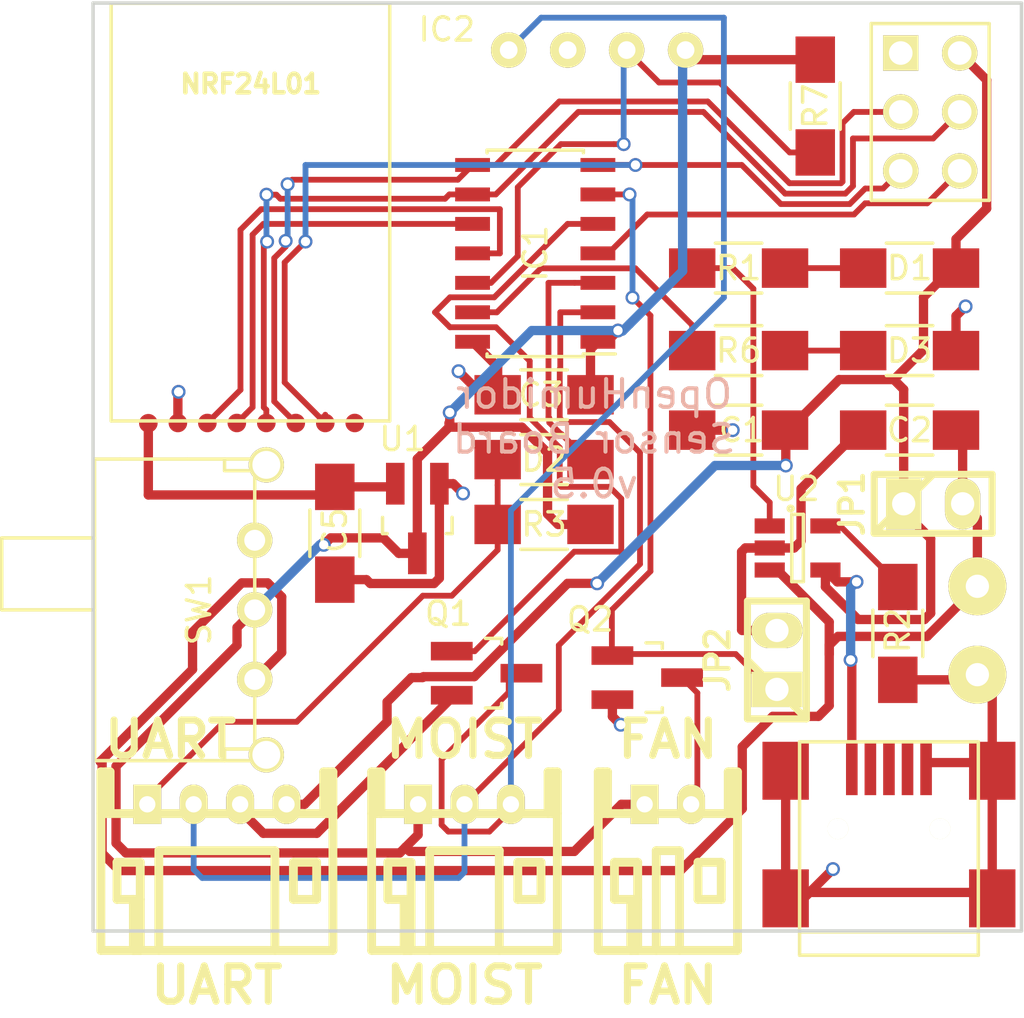
<source format=kicad_pcb>
(kicad_pcb (version 4) (host pcbnew 0.201602201416+6573~42~ubuntu14.04.1-product)

  (general
    (links 68)
    (no_connects 10)
    (area 121.678999 58.161999 168.775 102.18354)
    (thickness 1.6)
    (drawings 6)
    (tracks 385)
    (zones 0)
    (modules 28)
    (nets 30)
  )

  (page A4)
  (layers
    (0 F.Cu signal)
    (31 B.Cu signal)
    (32 B.Adhes user)
    (33 F.Adhes user)
    (34 B.Paste user)
    (35 F.Paste user)
    (36 B.SilkS user)
    (37 F.SilkS user)
    (38 B.Mask user)
    (39 F.Mask user)
    (40 Dwgs.User user)
    (41 Cmts.User user hide)
    (42 Eco1.User user hide)
    (43 Eco2.User user hide)
    (44 Edge.Cuts user)
    (45 Margin user hide)
    (46 B.CrtYd user hide)
    (47 F.CrtYd user hide)
    (48 B.Fab user hide)
    (49 F.Fab user hide)
  )

  (setup
    (last_trace_width 0.25)
    (trace_clearance 0.2)
    (zone_clearance 0.508)
    (zone_45_only yes)
    (trace_min 0.2)
    (segment_width 0.2)
    (edge_width 0.15)
    (via_size 0.6)
    (via_drill 0.4)
    (via_min_size 0.4)
    (via_min_drill 0.3)
    (uvia_size 0.3)
    (uvia_drill 0.1)
    (uvias_allowed no)
    (uvia_min_size 0.2)
    (uvia_min_drill 0.1)
    (pcb_text_width 0.3)
    (pcb_text_size 1.5 1.5)
    (mod_edge_width 0.15)
    (mod_text_size 1 1)
    (mod_text_width 0.15)
    (pad_size 1.524 1.524)
    (pad_drill 0.9)
    (pad_to_mask_clearance 0.2)
    (aux_axis_origin 125.89 98.425)
    (grid_origin 125.89 98.425)
    (visible_elements FFFEEE7F)
    (pcbplotparams
      (layerselection 0x010f0_80000001)
      (usegerberextensions true)
      (excludeedgelayer true)
      (linewidth 0.150000)
      (plotframeref false)
      (viasonmask false)
      (mode 1)
      (useauxorigin true)
      (hpglpennumber 1)
      (hpglpenspeed 20)
      (hpglpendiameter 15)
      (psnegative false)
      (psa4output false)
      (plotreference true)
      (plotvalue true)
      (plotinvisibletext false)
      (padsonsilk false)
      (subtractmaskfromsilk false)
      (outputformat 1)
      (mirror false)
      (drillshape 0)
      (scaleselection 1)
      (outputdirectory gerber))
  )

  (net 0 "")
  (net 1 +5V)
  (net 2 BAT-)
  (net 3 +3V3)
  (net 4 BAT+)
  (net 5 "Net-(D1-Pad2)")
  (net 6 "Net-(D3-Pad1)")
  (net 7 DATA_HYGRO)
  (net 8 UART_RX)
  (net 9 RESET)
  (net 10 MISO)
  (net 11 MOSI)
  (net 12 SCK)
  (net 13 NRF_CSN)
  (net 14 SWITCH_MOIST)
  (net 15 "Net-(IC1-Pad13)")
  (net 16 "Net-(IC2-Pad3)")
  (net 17 "Net-(IC2-Pad4)")
  (net 18 "Net-(P5-Pad2)")
  (net 19 "Net-(U3-Pad8)")
  (net 20 "Net-(CON1-Pad2)")
  (net 21 "Net-(CON1-Pad3)")
  (net 22 "Net-(CON1-Pad4)")
  (net 23 "Net-(R1-Pad1)")
  (net 24 "Net-(R2-Pad2)")
  (net 25 DATA_MOIST)
  (net 26 SENS_CALIB)
  (net 27 NRF_CE)
  (net 28 "Net-(D2-Pad2)")
  (net 29 VCC)

  (net_class Default "This is the default net class."
    (clearance 0.2)
    (trace_width 0.25)
    (via_dia 0.6)
    (via_drill 0.4)
    (uvia_dia 0.3)
    (uvia_drill 0.1)
    (add_net DATA_HYGRO)
    (add_net DATA_MOIST)
    (add_net MISO)
    (add_net MOSI)
    (add_net NRF_CE)
    (add_net NRF_CSN)
    (add_net "Net-(CON1-Pad2)")
    (add_net "Net-(CON1-Pad3)")
    (add_net "Net-(CON1-Pad4)")
    (add_net "Net-(D1-Pad2)")
    (add_net "Net-(D2-Pad2)")
    (add_net "Net-(D3-Pad1)")
    (add_net "Net-(IC1-Pad13)")
    (add_net "Net-(IC2-Pad3)")
    (add_net "Net-(IC2-Pad4)")
    (add_net "Net-(P5-Pad2)")
    (add_net "Net-(R1-Pad1)")
    (add_net "Net-(R2-Pad2)")
    (add_net "Net-(U3-Pad8)")
    (add_net RESET)
    (add_net SCK)
    (add_net SENS_CALIB)
    (add_net SWITCH_MOIST)
    (add_net UART_RX)
  )

  (net_class Power ""
    (clearance 0.2)
    (trace_width 0.4)
    (via_dia 0.6)
    (via_drill 0.4)
    (uvia_dia 0.3)
    (uvia_drill 0.1)
    (add_net +3V3)
    (add_net +5V)
    (add_net BAT+)
    (add_net BAT-)
    (add_net VCC)
  )

  (module Resistors_SMD:R_1206_HandSoldering (layer F.Cu) (tedit 568C1B60) (tstamp 55BE8431)
    (at 153.703 76.835)
    (descr "Resistor SMD 1206, hand soldering")
    (tags "resistor 1206")
    (path /55A89876)
    (attr smd)
    (fp_text reference C1 (at 0.127 0) (layer F.SilkS)
      (effects (font (size 1 1) (thickness 0.15)))
    )
    (fp_text value 4.7uF (at 0 2.3) (layer F.Fab)
      (effects (font (size 1 1) (thickness 0.15)))
    )
    (fp_line (start -3.3 -1.2) (end 3.3 -1.2) (layer F.CrtYd) (width 0.05))
    (fp_line (start -3.3 1.2) (end 3.3 1.2) (layer F.CrtYd) (width 0.05))
    (fp_line (start -3.3 -1.2) (end -3.3 1.2) (layer F.CrtYd) (width 0.05))
    (fp_line (start 3.3 -1.2) (end 3.3 1.2) (layer F.CrtYd) (width 0.05))
    (fp_line (start 1 1.075) (end -1 1.075) (layer F.SilkS) (width 0.15))
    (fp_line (start -1 -1.075) (end 1 -1.075) (layer F.SilkS) (width 0.15))
    (pad 1 smd rect (at -2 0) (size 2 1.7) (layers F.Cu F.Paste F.Mask)
      (net 2 BAT-))
    (pad 2 smd rect (at 2 0) (size 2 1.7) (layers F.Cu F.Paste F.Mask)
      (net 1 +5V))
    (model Resistors_SMD.3dshapes/R_1206_HandSoldering.wrl
      (at (xyz 0 0 0))
      (scale (xyz 1 1 1))
      (rotate (xyz 0 0 0))
    )
  )

  (module Resistors_SMD:R_1206_HandSoldering (layer F.Cu) (tedit 568C1B50) (tstamp 55BE843D)
    (at 145.321 75.311 180)
    (descr "Resistor SMD 1206, hand soldering")
    (tags "resistor 1206")
    (path /55A6135F)
    (attr smd)
    (fp_text reference C3 (at 0.127 0 180) (layer F.SilkS)
      (effects (font (size 1 1) (thickness 0.15)))
    )
    (fp_text value 100uF (at 0 2.3 180) (layer F.Fab)
      (effects (font (size 1 1) (thickness 0.15)))
    )
    (fp_line (start -3.3 -1.2) (end 3.3 -1.2) (layer F.CrtYd) (width 0.05))
    (fp_line (start -3.3 1.2) (end 3.3 1.2) (layer F.CrtYd) (width 0.05))
    (fp_line (start -3.3 -1.2) (end -3.3 1.2) (layer F.CrtYd) (width 0.05))
    (fp_line (start 3.3 -1.2) (end 3.3 1.2) (layer F.CrtYd) (width 0.05))
    (fp_line (start 1 1.075) (end -1 1.075) (layer F.SilkS) (width 0.15))
    (fp_line (start -1 -1.075) (end 1 -1.075) (layer F.SilkS) (width 0.15))
    (pad 1 smd rect (at -2 0 180) (size 2 1.7) (layers F.Cu F.Paste F.Mask)
      (net 29 VCC))
    (pad 2 smd rect (at 2 0 180) (size 2 1.7) (layers F.Cu F.Paste F.Mask)
      (net 2 BAT-))
    (model Resistors_SMD.3dshapes/R_1206_HandSoldering.wrl
      (at (xyz 0 0 0))
      (scale (xyz 1 1 1))
      (rotate (xyz 0 0 0))
    )
  )

  (module Resistors_SMD:R_1206_HandSoldering (layer F.Cu) (tedit 568C1B36) (tstamp 55BE8449)
    (at 136.304 81.28 90)
    (descr "Resistor SMD 1206, hand soldering")
    (tags "resistor 1206")
    (path /55A60C33)
    (attr smd)
    (fp_text reference C5 (at 0.127 0 90) (layer F.SilkS)
      (effects (font (size 1 1) (thickness 0.15)))
    )
    (fp_text value 100uF (at 0 2.3 90) (layer F.Fab)
      (effects (font (size 1 1) (thickness 0.15)))
    )
    (fp_line (start -3.3 -1.2) (end 3.3 -1.2) (layer F.CrtYd) (width 0.05))
    (fp_line (start -3.3 1.2) (end 3.3 1.2) (layer F.CrtYd) (width 0.05))
    (fp_line (start -3.3 -1.2) (end -3.3 1.2) (layer F.CrtYd) (width 0.05))
    (fp_line (start 3.3 -1.2) (end 3.3 1.2) (layer F.CrtYd) (width 0.05))
    (fp_line (start 1 1.075) (end -1 1.075) (layer F.SilkS) (width 0.15))
    (fp_line (start -1 -1.075) (end 1 -1.075) (layer F.SilkS) (width 0.15))
    (pad 1 smd rect (at -2 0 90) (size 2 1.7) (layers F.Cu F.Paste F.Mask)
      (net 2 BAT-))
    (pad 2 smd rect (at 2 0 90) (size 2 1.7) (layers F.Cu F.Paste F.Mask)
      (net 3 +3V3))
    (model Resistors_SMD.3dshapes/R_1206_HandSoldering.wrl
      (at (xyz 0 0 0))
      (scale (xyz 1 1 1))
      (rotate (xyz 0 0 0))
    )
  )

  (module Resistors_SMD:R_1206_HandSoldering (layer F.Cu) (tedit 568C1B6E) (tstamp 55BE844F)
    (at 161.069 69.85 180)
    (descr "Resistor SMD 1206, hand soldering")
    (tags "resistor 1206")
    (path /55E70003)
    (attr smd)
    (fp_text reference D1 (at 0 0 180) (layer F.SilkS)
      (effects (font (size 1 1) (thickness 0.15)))
    )
    (fp_text value "LED RED" (at 0 2.3 180) (layer F.Fab)
      (effects (font (size 1 1) (thickness 0.15)))
    )
    (fp_line (start -3.3 -1.2) (end 3.3 -1.2) (layer F.CrtYd) (width 0.05))
    (fp_line (start -3.3 1.2) (end 3.3 1.2) (layer F.CrtYd) (width 0.05))
    (fp_line (start -3.3 -1.2) (end -3.3 1.2) (layer F.CrtYd) (width 0.05))
    (fp_line (start 3.3 -1.2) (end 3.3 1.2) (layer F.CrtYd) (width 0.05))
    (fp_line (start 1 1.075) (end -1 1.075) (layer F.SilkS) (width 0.15))
    (fp_line (start -1 -1.075) (end 1 -1.075) (layer F.SilkS) (width 0.15))
    (pad 1 smd rect (at -2 0 180) (size 2 1.7) (layers F.Cu F.Paste F.Mask)
      (net 1 +5V))
    (pad 2 smd rect (at 2 0 180) (size 2 1.7) (layers F.Cu F.Paste F.Mask)
      (net 5 "Net-(D1-Pad2)"))
    (model Resistors_SMD.3dshapes/R_1206_HandSoldering.wrl
      (at (xyz 0 0 0))
      (scale (xyz 1 1 1))
      (rotate (xyz 0 0 0))
    )
  )

  (module Resistors_SMD:R_1206_HandSoldering (layer F.Cu) (tedit 568C1B73) (tstamp 55BE845B)
    (at 161.069 73.406)
    (descr "Resistor SMD 1206, hand soldering")
    (tags "resistor 1206")
    (path /55A57FB5)
    (attr smd)
    (fp_text reference D3 (at 0 0) (layer F.SilkS)
      (effects (font (size 1 1) (thickness 0.15)))
    )
    (fp_text value "LED GREEN" (at 0 2.3) (layer F.Fab)
      (effects (font (size 1 1) (thickness 0.15)))
    )
    (fp_line (start -3.3 -1.2) (end 3.3 -1.2) (layer F.CrtYd) (width 0.05))
    (fp_line (start -3.3 1.2) (end 3.3 1.2) (layer F.CrtYd) (width 0.05))
    (fp_line (start -3.3 -1.2) (end -3.3 1.2) (layer F.CrtYd) (width 0.05))
    (fp_line (start 3.3 -1.2) (end 3.3 1.2) (layer F.CrtYd) (width 0.05))
    (fp_line (start 1 1.075) (end -1 1.075) (layer F.SilkS) (width 0.15))
    (fp_line (start -1 -1.075) (end 1 -1.075) (layer F.SilkS) (width 0.15))
    (pad 1 smd rect (at -2 0) (size 2 1.7) (layers F.Cu F.Paste F.Mask)
      (net 6 "Net-(D3-Pad1)"))
    (pad 2 smd rect (at 2 0) (size 2 1.7) (layers F.Cu F.Paste F.Mask)
      (net 2 BAT-))
    (model Resistors_SMD.3dshapes/R_1206_HandSoldering.wrl
      (at (xyz 0 0 0))
      (scale (xyz 1 1 1))
      (rotate (xyz 0 0 0))
    )
  )

  (module Housings_SOIC:SOIC-14_3.9x8.7mm_Pitch1.27mm (layer F.Cu) (tedit 56841FEC) (tstamp 55BE846D)
    (at 144.94 69.215 180)
    (descr "14-Lead Plastic Small Outline (SL) - Narrow, 3.90 mm Body [SOIC] (see Microchip Packaging Specification 00000049BS.pdf)")
    (tags "SOIC 1.27")
    (path /55BE7E82)
    (attr smd)
    (fp_text reference IC1 (at 0 0 270) (layer F.SilkS)
      (effects (font (size 1 1) (thickness 0.15)))
    )
    (fp_text value ATTINY84A-SS (at 0 5.375 180) (layer F.Fab)
      (effects (font (size 1 1) (thickness 0.15)))
    )
    (fp_line (start -3.7 -4.65) (end -3.7 4.65) (layer F.CrtYd) (width 0.05))
    (fp_line (start 3.7 -4.65) (end 3.7 4.65) (layer F.CrtYd) (width 0.05))
    (fp_line (start -3.7 -4.65) (end 3.7 -4.65) (layer F.CrtYd) (width 0.05))
    (fp_line (start -3.7 4.65) (end 3.7 4.65) (layer F.CrtYd) (width 0.05))
    (fp_line (start -2.075 -4.45) (end -2.075 -4.335) (layer F.SilkS) (width 0.15))
    (fp_line (start 2.075 -4.45) (end 2.075 -4.335) (layer F.SilkS) (width 0.15))
    (fp_line (start 2.075 4.45) (end 2.075 4.335) (layer F.SilkS) (width 0.15))
    (fp_line (start -2.075 4.45) (end -2.075 4.335) (layer F.SilkS) (width 0.15))
    (fp_line (start -2.075 -4.45) (end 2.075 -4.45) (layer F.SilkS) (width 0.15))
    (fp_line (start -2.075 4.45) (end 2.075 4.45) (layer F.SilkS) (width 0.15))
    (fp_line (start -2.075 -4.335) (end -3.45 -4.335) (layer F.SilkS) (width 0.15))
    (pad 1 smd rect (at -2.7 -3.81 180) (size 1.5 0.6) (layers F.Cu F.Paste F.Mask)
      (net 29 VCC))
    (pad 2 smd rect (at -2.7 -2.54 180) (size 1.5 0.6) (layers F.Cu F.Paste F.Mask)
      (net 25 DATA_MOIST))
    (pad 3 smd rect (at -2.7 -1.27 180) (size 1.5 0.6) (layers F.Cu F.Paste F.Mask)
      (net 8 UART_RX))
    (pad 4 smd rect (at -2.7 0 180) (size 1.5 0.6) (layers F.Cu F.Paste F.Mask)
      (net 9 RESET))
    (pad 5 smd rect (at -2.7 1.27 180) (size 1.5 0.6) (layers F.Cu F.Paste F.Mask)
      (net 14 SWITCH_MOIST))
    (pad 6 smd rect (at -2.7 2.54 180) (size 1.5 0.6) (layers F.Cu F.Paste F.Mask)
      (net 26 SENS_CALIB))
    (pad 7 smd rect (at -2.7 3.81 180) (size 1.5 0.6) (layers F.Cu F.Paste F.Mask)
      (net 10 MISO))
    (pad 8 smd rect (at 2.7 3.81 180) (size 1.5 0.6) (layers F.Cu F.Paste F.Mask)
      (net 11 MOSI))
    (pad 9 smd rect (at 2.7 2.54 180) (size 1.5 0.6) (layers F.Cu F.Paste F.Mask)
      (net 12 SCK))
    (pad 10 smd rect (at 2.7 1.27 180) (size 1.5 0.6) (layers F.Cu F.Paste F.Mask)
      (net 13 NRF_CSN))
    (pad 11 smd rect (at 2.7 0 180) (size 1.5 0.6) (layers F.Cu F.Paste F.Mask)
      (net 27 NRF_CE))
    (pad 12 smd rect (at 2.7 -1.27 180) (size 1.5 0.6) (layers F.Cu F.Paste F.Mask)
      (net 7 DATA_HYGRO))
    (pad 13 smd rect (at 2.7 -2.54 180) (size 1.5 0.6) (layers F.Cu F.Paste F.Mask)
      (net 15 "Net-(IC1-Pad13)"))
    (pad 14 smd rect (at 2.7 -3.81 180) (size 1.5 0.6) (layers F.Cu F.Paste F.Mask)
      (net 2 BAT-))
    (model Housings_SOIC.3dshapes/SOIC-14_3.9x8.7mm_Pitch1.27mm.wrl
      (at (xyz 0 0 0))
      (scale (xyz 1 1 1))
      (rotate (xyz 0 0 0))
    )
  )

  (module Housings_SOT-23_SOT-143_TSOT-6:SOT-23_Handsoldering (layer F.Cu) (tedit 568C1D8D) (tstamp 55BE84A6)
    (at 142.8445 87.3125 270)
    (descr "SOT-23, Handsoldering")
    (tags SOT-23)
    (path /55A5899A)
    (attr smd)
    (fp_text reference Q1 (at -2.567 1.651 360) (layer F.SilkS)
      (effects (font (size 1 1) (thickness 0.15)))
    )
    (fp_text value Q_NPN_BEC (at 0 3.81 270) (layer F.Fab)
      (effects (font (size 1 1) (thickness 0.15)))
    )
    (fp_line (start -1.49982 0.0508) (end -1.49982 -0.65024) (layer F.SilkS) (width 0.15))
    (fp_line (start -1.49982 -0.65024) (end -1.2509 -0.65024) (layer F.SilkS) (width 0.15))
    (fp_line (start 1.29916 -0.65024) (end 1.49982 -0.65024) (layer F.SilkS) (width 0.15))
    (fp_line (start 1.49982 -0.65024) (end 1.49982 0.0508) (layer F.SilkS) (width 0.15))
    (pad 1 smd rect (at -0.95 1.50114 270) (size 0.8001 1.80086) (layers F.Cu F.Paste F.Mask)
      (net 14 SWITCH_MOIST))
    (pad 2 smd rect (at 0.95 1.50114 270) (size 0.8001 1.80086) (layers F.Cu F.Paste F.Mask)
      (net 2 BAT-))
    (pad 3 smd rect (at 0 -1.50114 270) (size 0.8001 1.80086) (layers F.Cu F.Paste F.Mask)
      (net 17 "Net-(IC2-Pad4)"))
    (model Housings_SOT-23_SOT-143_TSOT-6.3dshapes/SOT-23_Handsoldering.wrl
      (at (xyz 0 0 0))
      (scale (xyz 1 1 1))
      (rotate (xyz 0 0 0))
    )
  )

  (module Housings_SOT-23_SOT-143_TSOT-6:SOT-23_Handsoldering (layer F.Cu) (tedit 568C1DA9) (tstamp 55BE84AD)
    (at 149.766 87.503 270)
    (descr "SOT-23, Handsoldering")
    (tags SOT-23)
    (path /55A580FB)
    (attr smd)
    (fp_text reference Q2 (at -2.51 2.459 360) (layer F.SilkS)
      (effects (font (size 1 1) (thickness 0.15)))
    )
    (fp_text value Q_NPN_BEC (at 0 3.81 270) (layer F.Fab)
      (effects (font (size 1 1) (thickness 0.15)))
    )
    (fp_line (start -1.49982 0.0508) (end -1.49982 -0.65024) (layer F.SilkS) (width 0.15))
    (fp_line (start -1.49982 -0.65024) (end -1.2509 -0.65024) (layer F.SilkS) (width 0.15))
    (fp_line (start 1.29916 -0.65024) (end 1.49982 -0.65024) (layer F.SilkS) (width 0.15))
    (fp_line (start 1.49982 -0.65024) (end 1.49982 0.0508) (layer F.SilkS) (width 0.15))
    (pad 1 smd rect (at -0.95 1.50114 270) (size 0.8001 1.80086) (layers F.Cu F.Paste F.Mask)
      (net 26 SENS_CALIB))
    (pad 2 smd rect (at 0.95 1.50114 270) (size 0.8001 1.80086) (layers F.Cu F.Paste F.Mask)
      (net 2 BAT-))
    (pad 3 smd rect (at 0 -1.50114 270) (size 0.8001 1.80086) (layers F.Cu F.Paste F.Mask)
      (net 18 "Net-(P5-Pad2)"))
    (model Housings_SOT-23_SOT-143_TSOT-6.3dshapes/SOT-23_Handsoldering.wrl
      (at (xyz 0 0 0))
      (scale (xyz 1 1 1))
      (rotate (xyz 0 0 0))
    )
  )

  (module Resistors_SMD:R_1206_HandSoldering (layer F.Cu) (tedit 568C1B6B) (tstamp 55BE84B3)
    (at 153.703 69.85)
    (descr "Resistor SMD 1206, hand soldering")
    (tags "resistor 1206")
    (path /55E6FF19)
    (attr smd)
    (fp_text reference R1 (at 0 0) (layer F.SilkS)
      (effects (font (size 1 1) (thickness 0.15)))
    )
    (fp_text value 470 (at 0 2.3) (layer F.Fab)
      (effects (font (size 1 1) (thickness 0.15)))
    )
    (fp_line (start -3.3 -1.2) (end 3.3 -1.2) (layer F.CrtYd) (width 0.05))
    (fp_line (start -3.3 1.2) (end 3.3 1.2) (layer F.CrtYd) (width 0.05))
    (fp_line (start -3.3 -1.2) (end -3.3 1.2) (layer F.CrtYd) (width 0.05))
    (fp_line (start 3.3 -1.2) (end 3.3 1.2) (layer F.CrtYd) (width 0.05))
    (fp_line (start 1 1.075) (end -1 1.075) (layer F.SilkS) (width 0.15))
    (fp_line (start -1 -1.075) (end 1 -1.075) (layer F.SilkS) (width 0.15))
    (pad 1 smd rect (at -2 0) (size 2 1.7) (layers F.Cu F.Paste F.Mask)
      (net 23 "Net-(R1-Pad1)"))
    (pad 2 smd rect (at 2 0) (size 2 1.7) (layers F.Cu F.Paste F.Mask)
      (net 5 "Net-(D1-Pad2)"))
    (model Resistors_SMD.3dshapes/R_1206_HandSoldering.wrl
      (at (xyz 0 0 0))
      (scale (xyz 1 1 1))
      (rotate (xyz 0 0 0))
    )
  )

  (module Resistors_SMD:R_1206_HandSoldering (layer F.Cu) (tedit 568C1B91) (tstamp 55BE84B9)
    (at 160.561 85.598 90)
    (descr "Resistor SMD 1206, hand soldering")
    (tags "resistor 1206")
    (path /55E7047C)
    (attr smd)
    (fp_text reference R2 (at 0.127 0 90) (layer F.SilkS)
      (effects (font (size 1 1) (thickness 0.15)))
    )
    (fp_text value 2k (at 0 2.3 90) (layer F.Fab)
      (effects (font (size 1 1) (thickness 0.15)))
    )
    (fp_line (start -3.3 -1.2) (end 3.3 -1.2) (layer F.CrtYd) (width 0.05))
    (fp_line (start -3.3 1.2) (end 3.3 1.2) (layer F.CrtYd) (width 0.05))
    (fp_line (start -3.3 -1.2) (end -3.3 1.2) (layer F.CrtYd) (width 0.05))
    (fp_line (start 3.3 -1.2) (end 3.3 1.2) (layer F.CrtYd) (width 0.05))
    (fp_line (start 1 1.075) (end -1 1.075) (layer F.SilkS) (width 0.15))
    (fp_line (start -1 -1.075) (end 1 -1.075) (layer F.SilkS) (width 0.15))
    (pad 1 smd rect (at -2 0 90) (size 2 1.7) (layers F.Cu F.Paste F.Mask)
      (net 2 BAT-))
    (pad 2 smd rect (at 2 0 90) (size 2 1.7) (layers F.Cu F.Paste F.Mask)
      (net 24 "Net-(R2-Pad2)"))
    (model Resistors_SMD.3dshapes/R_1206_HandSoldering.wrl
      (at (xyz 0 0 0))
      (scale (xyz 1 1 1))
      (rotate (xyz 0 0 0))
    )
  )

  (module Resistors_SMD:R_1206_HandSoldering (layer F.Cu) (tedit 568C1B65) (tstamp 55BE84C5)
    (at 153.703 73.406 180)
    (descr "Resistor SMD 1206, hand soldering")
    (tags "resistor 1206")
    (path /55A5800C)
    (attr smd)
    (fp_text reference R6 (at 0 0 180) (layer F.SilkS)
      (effects (font (size 1 1) (thickness 0.15)))
    )
    (fp_text value 100 (at 0 2.3 180) (layer F.Fab)
      (effects (font (size 1 1) (thickness 0.15)))
    )
    (fp_line (start -3.3 -1.2) (end 3.3 -1.2) (layer F.CrtYd) (width 0.05))
    (fp_line (start -3.3 1.2) (end 3.3 1.2) (layer F.CrtYd) (width 0.05))
    (fp_line (start -3.3 -1.2) (end -3.3 1.2) (layer F.CrtYd) (width 0.05))
    (fp_line (start 3.3 -1.2) (end 3.3 1.2) (layer F.CrtYd) (width 0.05))
    (fp_line (start 1 1.075) (end -1 1.075) (layer F.SilkS) (width 0.15))
    (fp_line (start -1 -1.075) (end 1 -1.075) (layer F.SilkS) (width 0.15))
    (pad 1 smd rect (at -2 0 180) (size 2 1.7) (layers F.Cu F.Paste F.Mask)
      (net 6 "Net-(D3-Pad1)"))
    (pad 2 smd rect (at 2 0 180) (size 2 1.7) (layers F.Cu F.Paste F.Mask)
      (net 15 "Net-(IC1-Pad13)"))
    (model Resistors_SMD.3dshapes/R_1206_HandSoldering.wrl
      (at (xyz 0 0 0))
      (scale (xyz 1 1 1))
      (rotate (xyz 0 0 0))
    )
  )

  (module Resistors_SMD:R_1206_HandSoldering (layer F.Cu) (tedit 568C1B7F) (tstamp 55BE84CB)
    (at 157.005 62.865 90)
    (descr "Resistor SMD 1206, hand soldering")
    (tags "resistor 1206")
    (path /55BE3466)
    (attr smd)
    (fp_text reference R7 (at 0 0 90) (layer F.SilkS)
      (effects (font (size 1 1) (thickness 0.15)))
    )
    (fp_text value 100 (at 0 2.3 90) (layer F.Fab)
      (effects (font (size 1 1) (thickness 0.15)))
    )
    (fp_line (start -3.3 -1.2) (end 3.3 -1.2) (layer F.CrtYd) (width 0.05))
    (fp_line (start -3.3 1.2) (end 3.3 1.2) (layer F.CrtYd) (width 0.05))
    (fp_line (start -3.3 -1.2) (end -3.3 1.2) (layer F.CrtYd) (width 0.05))
    (fp_line (start 3.3 -1.2) (end 3.3 1.2) (layer F.CrtYd) (width 0.05))
    (fp_line (start 1 1.075) (end -1 1.075) (layer F.SilkS) (width 0.15))
    (fp_line (start -1 -1.075) (end 1 -1.075) (layer F.SilkS) (width 0.15))
    (pad 1 smd rect (at -2 0 90) (size 2 1.7) (layers F.Cu F.Paste F.Mask)
      (net 7 DATA_HYGRO))
    (pad 2 smd rect (at 2 0 90) (size 2 1.7) (layers F.Cu F.Paste F.Mask)
      (net 29 VCC))
    (model Resistors_SMD.3dshapes/R_1206_HandSoldering.wrl
      (at (xyz 0 0 0))
      (scale (xyz 1 1 1))
      (rotate (xyz 0 0 0))
    )
  )

  (module Housings_SOT-23_SOT-143_TSOT-6:SOT-23_Handsoldering (layer F.Cu) (tedit 55E70359) (tstamp 55BE84D2)
    (at 139.86 80.645 180)
    (descr "SOT-23, Handsoldering")
    (tags SOT-23)
    (path /55A5FDBB)
    (attr smd)
    (fp_text reference U1 (at 0.635 3.429 180) (layer F.SilkS)
      (effects (font (size 1 1) (thickness 0.15)))
    )
    (fp_text value MCP1700 (at 0 3.81 180) (layer F.Fab)
      (effects (font (size 1 1) (thickness 0.15)))
    )
    (fp_line (start -1.49982 0.0508) (end -1.49982 -0.65024) (layer F.SilkS) (width 0.15))
    (fp_line (start -1.49982 -0.65024) (end -1.2509 -0.65024) (layer F.SilkS) (width 0.15))
    (fp_line (start 1.29916 -0.65024) (end 1.49982 -0.65024) (layer F.SilkS) (width 0.15))
    (fp_line (start 1.49982 -0.65024) (end 1.49982 0.0508) (layer F.SilkS) (width 0.15))
    (pad 1 smd rect (at -0.95 1.50114 180) (size 0.8001 1.80086) (layers F.Cu F.Paste F.Mask)
      (net 2 BAT-))
    (pad 2 smd rect (at 0.95 1.50114 180) (size 0.8001 1.80086) (layers F.Cu F.Paste F.Mask)
      (net 3 +3V3))
    (pad 3 smd rect (at 0 -1.50114 180) (size 0.8001 1.80086) (layers F.Cu F.Paste F.Mask)
      (net 29 VCC))
    (model Housings_SOT-23_SOT-143_TSOT-6.3dshapes/SOT-23_Handsoldering.wrl
      (at (xyz 0 0 0))
      (scale (xyz 1 1 1))
      (rotate (xyz 0 0 0))
    )
  )

  (module ownprints:nrf24l01_mini (layer F.Cu) (tedit 568C1AFE) (tstamp 55BE84EB)
    (at 130.97 67.437)
    (descr "Footprint for Chinese nRF24L01+ module")
    (tags CONN)
    (path /55BE50AD)
    (fp_text reference U3 (at 7.747 10.287) (layer F.SilkS) hide
      (effects (font (size 1.016 1.016) (thickness 0.2032)))
    )
    (fp_text value nRF24L01+ (at 5.4035 7.2896) (layer F.SilkS) hide
      (effects (font (size 1.016 1.016) (thickness 0.2032)))
    )
    (fp_line (start -4.3 9) (end -4.3 -9) (layer F.SilkS) (width 0.15))
    (fp_line (start -4.3 -9) (end 7.7 -9) (layer F.SilkS) (width 0.15))
    (fp_line (start 7.7 -9) (end 7.7 9) (layer F.SilkS) (width 0.15))
    (fp_line (start 7.7 9) (end -4.3 9) (layer F.SilkS) (width 0.15))
    (pad 1 smd circle (at -2.7 9.1) (size 0.8 0.8) (layers F.Cu F.Paste F.Mask)
      (net 3 +3V3))
    (pad 2 smd circle (at -1.4265 9.0896) (size 0.8 0.8) (layers F.Cu F.Paste F.Mask)
      (net 2 BAT-))
    (pad 3 smd circle (at -0.1565 9.0896) (size 0.8 0.8) (layers F.Cu F.Paste F.Mask)
      (net 27 NRF_CE))
    (pad 4 smd circle (at 1.1135 9.0896) (size 0.8 0.8) (layers F.Cu F.Paste F.Mask)
      (net 13 NRF_CSN))
    (pad 5 smd circle (at 2.3835 9.0896) (size 0.8 0.8) (layers F.Cu F.Paste F.Mask)
      (net 12 SCK))
    (pad 6 smd circle (at 3.6535 9.0896) (size 0.8 0.8) (layers F.Cu F.Paste F.Mask)
      (net 11 MOSI))
    (pad 7 smd circle (at 4.9235 9.0896) (size 0.8 0.8) (layers F.Cu F.Paste F.Mask)
      (net 10 MISO))
    (pad 8 smd circle (at 6.1935 9.0896) (size 0.8 0.8) (layers F.Cu F.Paste F.Mask)
      (net 19 "Net-(U3-Pad8)"))
    (model pin_array/pins_array_4x2.wrl
      (at (xyz 0 0 0))
      (scale (xyz 1 1 1))
      (rotate (xyz 0 0 0))
    )
  )

  (module Connect:USB_Mini-B (layer F.Cu) (tedit 568C1B8D) (tstamp 55BFCA28)
    (at 160.18 94.869 90)
    (descr "USB Mini-B 5-pin SMD connector")
    (tags "USB USB_B USB_Mini connector")
    (path /55BFFF8C)
    (attr smd)
    (fp_text reference CON1 (at 6.096 -0.127 180) (layer F.SilkS) hide
      (effects (font (size 1 1) (thickness 0.15)))
    )
    (fp_text value USB-MINI-B (at 0 -7.0993 90) (layer F.Fab)
      (effects (font (size 1 1) (thickness 0.15)))
    )
    (fp_line (start -4.85 -5.7) (end 4.85 -5.7) (layer F.CrtYd) (width 0.05))
    (fp_line (start 4.85 -5.7) (end 4.85 5.7) (layer F.CrtYd) (width 0.05))
    (fp_line (start 4.85 5.7) (end -4.85 5.7) (layer F.CrtYd) (width 0.05))
    (fp_line (start -4.85 5.7) (end -4.85 -5.7) (layer F.CrtYd) (width 0.05))
    (fp_line (start -3.59918 -3.85064) (end -3.59918 3.85064) (layer F.SilkS) (width 0.15))
    (fp_line (start -4.59994 -3.85064) (end -4.59994 3.85064) (layer F.SilkS) (width 0.15))
    (fp_line (start -4.59994 3.85064) (end 4.59994 3.85064) (layer F.SilkS) (width 0.15))
    (fp_line (start 4.59994 3.85064) (end 4.59994 -3.85064) (layer F.SilkS) (width 0.15))
    (fp_line (start 4.59994 -3.85064) (end -4.59994 -3.85064) (layer F.SilkS) (width 0.15))
    (pad 1 smd rect (at 3.44932 -1.6002 90) (size 2.30124 0.50038) (layers F.Cu F.Paste F.Mask)
      (net 1 +5V))
    (pad 2 smd rect (at 3.44932 -0.8001 90) (size 2.30124 0.50038) (layers F.Cu F.Paste F.Mask)
      (net 20 "Net-(CON1-Pad2)"))
    (pad 3 smd rect (at 3.44932 0 90) (size 2.30124 0.50038) (layers F.Cu F.Paste F.Mask)
      (net 21 "Net-(CON1-Pad3)"))
    (pad 4 smd rect (at 3.44932 0.8001 90) (size 2.30124 0.50038) (layers F.Cu F.Paste F.Mask)
      (net 22 "Net-(CON1-Pad4)"))
    (pad 5 smd rect (at 3.44932 1.6002 90) (size 2.30124 0.50038) (layers F.Cu F.Paste F.Mask)
      (net 2 BAT-))
    (pad 6 smd rect (at 3.35026 -4.45008 90) (size 2.49936 1.99898) (layers F.Cu F.Paste F.Mask)
      (net 2 BAT-))
    (pad 6 smd rect (at -2.14884 -4.45008 90) (size 2.49936 1.99898) (layers F.Cu F.Paste F.Mask)
      (net 2 BAT-))
    (pad 6 smd rect (at 3.35026 4.45008 90) (size 2.49936 1.99898) (layers F.Cu F.Paste F.Mask)
      (net 2 BAT-))
    (pad 6 smd rect (at -2.14884 4.45008 90) (size 2.49936 1.99898) (layers F.Cu F.Paste F.Mask)
      (net 2 BAT-))
    (pad "" np_thru_hole circle (at 0.8509 -2.19964 90) (size 0.89916 0.89916) (drill 0.89916) (layers *.Cu *.Mask F.SilkS))
    (pad "" np_thru_hole circle (at 0.8509 2.19964 90) (size 0.89916 0.89916) (drill 0.89916) (layers *.Cu *.Mask F.SilkS))
  )

  (module Resistors_SMD:R_1206_HandSoldering (layer F.Cu) (tedit 568C1B77) (tstamp 55E6F776)
    (at 161.069 76.835)
    (descr "Resistor SMD 1206, hand soldering")
    (tags "resistor 1206")
    (path /55E71548)
    (attr smd)
    (fp_text reference C2 (at 0 0) (layer F.SilkS)
      (effects (font (size 1 1) (thickness 0.15)))
    )
    (fp_text value 4.7uF (at 0 2.3) (layer F.Fab)
      (effects (font (size 1 1) (thickness 0.15)))
    )
    (fp_line (start -3.3 -1.2) (end 3.3 -1.2) (layer F.CrtYd) (width 0.05))
    (fp_line (start -3.3 1.2) (end 3.3 1.2) (layer F.CrtYd) (width 0.05))
    (fp_line (start -3.3 -1.2) (end -3.3 1.2) (layer F.CrtYd) (width 0.05))
    (fp_line (start 3.3 -1.2) (end 3.3 1.2) (layer F.CrtYd) (width 0.05))
    (fp_line (start 1 1.075) (end -1 1.075) (layer F.SilkS) (width 0.15))
    (fp_line (start -1 -1.075) (end 1 -1.075) (layer F.SilkS) (width 0.15))
    (pad 1 smd rect (at -2 0) (size 2 1.7) (layers F.Cu F.Paste F.Mask)
      (net 2 BAT-))
    (pad 2 smd rect (at 2 0) (size 2 1.7) (layers F.Cu F.Paste F.Mask)
      (net 4 BAT+))
    (model Resistors_SMD.3dshapes/R_1206_HandSoldering.wrl
      (at (xyz 0 0 0))
      (scale (xyz 1 1 1))
      (rotate (xyz 0 0 0))
    )
  )

  (module ownprints:SOT-23-5_handsoldering (layer F.Cu) (tedit 55E6F5A6) (tstamp 55E6F777)
    (at 156.243 81.915)
    (descr "5-pin SOT23 package")
    (tags SOT-23-5)
    (path /55E6F475)
    (attr smd)
    (fp_text reference U2 (at -0.05 -2.55) (layer F.SilkS)
      (effects (font (size 1 1) (thickness 0.15)))
    )
    (fp_text value MCP73831 (at -0.05 2.35) (layer F.Fab)
      (effects (font (size 1 1) (thickness 0.15)))
    )
    (fp_line (start -1.8 -1.6) (end 1.8 -1.6) (layer F.CrtYd) (width 0.05))
    (fp_line (start 1.8 -1.6) (end 1.8 1.6) (layer F.CrtYd) (width 0.05))
    (fp_line (start 1.8 1.6) (end -1.8 1.6) (layer F.CrtYd) (width 0.05))
    (fp_line (start -1.8 1.6) (end -1.8 -1.6) (layer F.CrtYd) (width 0.05))
    (fp_circle (center -0.3 -1.7) (end -0.2 -1.7) (layer F.SilkS) (width 0.15))
    (fp_line (start 0.25 -1.45) (end -0.25 -1.45) (layer F.SilkS) (width 0.15))
    (fp_line (start 0.25 1.45) (end 0.25 -1.45) (layer F.SilkS) (width 0.15))
    (fp_line (start -0.25 1.45) (end 0.25 1.45) (layer F.SilkS) (width 0.15))
    (fp_line (start -0.25 -1.45) (end -0.25 1.45) (layer F.SilkS) (width 0.15))
    (pad 1 smd rect (at -1.2 -0.95) (size 1.3 0.65) (layers F.Cu F.Paste F.Mask)
      (net 23 "Net-(R1-Pad1)"))
    (pad 2 smd rect (at -1.2 0) (size 1.3 0.65) (layers F.Cu F.Paste F.Mask)
      (net 2 BAT-))
    (pad 3 smd rect (at -1.2 0.95) (size 1.3 0.65) (layers F.Cu F.Paste F.Mask)
      (net 4 BAT+))
    (pad 4 smd rect (at 1.2 0.95) (size 1.3 0.65) (layers F.Cu F.Paste F.Mask)
      (net 1 +5V))
    (pad 5 smd rect (at 1.2 -0.95) (size 1.3 0.65) (layers F.Cu F.Paste F.Mask)
      (net 24 "Net-(R2-Pad2)"))
    (model Housings_SOT-23_SOT-143_TSOT-6.3dshapes/SOT-23-5.wrl
      (at (xyz 0 0 0))
      (scale (xyz 0.11 0.11 0.11))
      (rotate (xyz 0 0 90))
    )
  )

  (module ownprints:DHT22 (layer F.Cu) (tedit 56842009) (tstamp 55E70644)
    (at 155.227 60.452 180)
    (path /55BE5D55)
    (fp_text reference IC2 (at 14.097 0.889 180) (layer F.SilkS)
      (effects (font (size 1 1) (thickness 0.15)))
    )
    (fp_text value DHT22 (at 2.9 -18.3 180) (layer F.Fab)
      (effects (font (size 1 1) (thickness 0.15)))
    )
    (fp_circle (center 7.4 -22.6) (end 8.9 -22.6) (layer Dwgs.User) (width 0.15))
    (fp_line (start 0 -20) (end 3.5 -25.1) (layer Dwgs.User) (width 0.15))
    (fp_line (start 3.5 -25.1) (end 11.6 -25.1) (layer Dwgs.User) (width 0.15))
    (fp_line (start 11.6 -25.1) (end 15.1 -20) (layer Dwgs.User) (width 0.15))
    (fp_line (start 0 0) (end 15.1 0) (layer Dwgs.User) (width 0.15))
    (fp_line (start 15.1 0) (end 15.1 -20) (layer Dwgs.User) (width 0.15))
    (fp_line (start 15.1 -20) (end 0 -20) (layer Dwgs.User) (width 0.15))
    (fp_line (start 0 -20) (end 0 0) (layer Dwgs.User) (width 0.15))
    (pad 1 thru_hole circle (at 3.81 0 180) (size 1.524 1.524) (drill 0.762) (layers *.Cu *.Mask F.SilkS)
      (net 29 VCC))
    (pad 2 thru_hole circle (at 6.35 0 180) (size 1.524 1.524) (drill 0.762) (layers *.Cu *.Mask F.SilkS)
      (net 7 DATA_HYGRO))
    (pad 3 thru_hole circle (at 8.89 0 180) (size 1.524 1.524) (drill 0.762) (layers *.Cu *.Mask F.SilkS)
      (net 16 "Net-(IC2-Pad3)"))
    (pad 4 thru_hole circle (at 11.43 0 180) (size 1.524 1.524) (drill 0.762) (layers *.Cu *.Mask F.SilkS)
      (net 17 "Net-(IC2-Pad4)"))
  )

  (module ownprints:2x3_pin_header (layer F.Cu) (tedit 568C1B86) (tstamp 56840F7E)
    (at 161.958 64.389 270)
    (descr "Footprint for Chinese nRF24L01+ module")
    (tags CONN)
    (path /55A5EFF2)
    (fp_text reference P1 (at 0 -3.81 270) (layer F.SilkS) hide
      (effects (font (size 1.016 1.016) (thickness 0.2032)))
    )
    (fp_text value ICSP (at 2.54 3.81 270) (layer F.SilkS) hide
      (effects (font (size 1.016 1.016) (thickness 0.2032)))
    )
    (fp_line (start -5.08 -2.54) (end -5.08 2.54) (layer F.SilkS) (width 0.15))
    (fp_line (start -5.08 2.54) (end 2.54 2.54) (layer F.SilkS) (width 0.15))
    (fp_line (start 2.54 2.54) (end 2.54 -2.54) (layer F.SilkS) (width 0.15))
    (fp_line (start 2.54 -2.54) (end -5.08 -2.54) (layer F.SilkS) (width 0.15))
    (pad 1 thru_hole rect (at -3.81 1.27 270) (size 1.524 1.524) (drill 1.016) (layers *.Cu *.Mask F.SilkS)
      (net 2 BAT-))
    (pad 2 thru_hole circle (at -3.81 -1.27 270) (size 1.524 1.524) (drill 1.016) (layers *.Cu *.Mask F.SilkS)
      (net 1 +5V))
    (pad 3 thru_hole circle (at -1.27 1.27 270) (size 1.524 1.524) (drill 1.016) (layers *.Cu *.Mask F.SilkS)
      (net 11 MOSI))
    (pad 4 thru_hole circle (at -1.27 -1.27 270) (size 1.524 1.524) (drill 1.016) (layers *.Cu *.Mask F.SilkS)
      (net 12 SCK))
    (pad 5 thru_hole circle (at 1.27 1.27 270) (size 1.524 1.524) (drill 1.016) (layers *.Cu *.Mask F.SilkS)
      (net 10 MISO))
    (pad 6 thru_hole circle (at 1.27 -1.27 270) (size 1.524 1.524) (drill 1.016) (layers *.Cu *.Mask F.SilkS)
      (net 9 RESET))
    (model pin_array/pins_array_4x2.wrl
      (at (xyz 0 0 0))
      (scale (xyz 1 1 1))
      (rotate (xyz 0 0 0))
    )
  )

  (module ownprints:solderpad2x (layer F.Cu) (tedit 568C1DB3) (tstamp 56840F84)
    (at 163.99 85.471 270)
    (path /55BEB026)
    (fp_text reference P2 (at 0 -3.81 270) (layer F.SilkS) hide
      (effects (font (size 1 1) (thickness 0.15)))
    )
    (fp_text value BATTERY (at 0.635 3.81 270) (layer F.Fab)
      (effects (font (size 1 1) (thickness 0.15)))
    )
    (pad 1 thru_hole circle (at -1.905 0 270) (size 2.49936 2.49936) (drill 1.00076) (layers *.Cu *.Mask F.SilkS)
      (net 4 BAT+))
    (pad 2 thru_hole circle (at 1.905 0 270) (size 2.49936 2.49936) (drill 1.00076) (layers *.Cu *.Mask F.SilkS)
      (net 2 BAT-))
  )

  (module w_conn_jst-ph:s4b-ph-kl (layer F.Cu) (tedit 568C1A99) (tstamp 56840F8C)
    (at 131.224 92.964)
    (descr "JST PH series connector, S4B-PH-KL")
    (path /55A59468)
    (fp_text reference UART (at -2 -2.79908) (layer F.SilkS)
      (effects (font (thickness 0.3048)))
    )
    (fp_text value UART (at 0 7.80034) (layer F.SilkS)
      (effects (font (thickness 0.3048)))
    )
    (fp_line (start -3.29946 4.09956) (end -3.29946 6.2992) (layer F.SilkS) (width 0.381))
    (fp_line (start -3.29946 6.2992) (end -3.59918 6.2992) (layer F.SilkS) (width 0.381))
    (fp_line (start -3.59918 6.2992) (end -3.59918 4.09956) (layer F.SilkS) (width 0.381))
    (fp_line (start 2.49936 1.99898) (end -2.49936 1.99898) (layer F.SilkS) (width 0.381))
    (fp_line (start -5.00126 6.2992) (end 5.00126 6.2992) (layer F.SilkS) (width 0.381))
    (fp_line (start -5.00126 0.39878) (end 5.00126 0.39878) (layer F.SilkS) (width 0.381))
    (fp_line (start 2.49936 1.99898) (end 2.49936 6.2992) (layer F.SilkS) (width 0.381))
    (fp_line (start -2.5019 1.99898) (end -2.5019 6.2992) (layer F.SilkS) (width 0.381))
    (fp_line (start 3.29692 4.09956) (end 3.29692 2.49936) (layer F.SilkS) (width 0.381))
    (fp_line (start 4.29768 4.09956) (end 3.29692 4.09956) (layer F.SilkS) (width 0.381))
    (fp_line (start 4.29768 2.49936) (end 4.29768 4.09956) (layer F.SilkS) (width 0.381))
    (fp_line (start 3.29692 2.49936) (end 4.29768 2.49936) (layer F.SilkS) (width 0.381))
    (fp_line (start -4.30276 2.49936) (end -3.302 2.49936) (layer F.SilkS) (width 0.381))
    (fp_line (start -3.302 2.49936) (end -3.302 4.09956) (layer F.SilkS) (width 0.381))
    (fp_line (start -3.302 4.09956) (end -4.30276 4.09956) (layer F.SilkS) (width 0.381))
    (fp_line (start -4.30276 4.09956) (end -4.30276 2.49936) (layer F.SilkS) (width 0.381))
    (fp_line (start 4.79806 -1.39954) (end 4.79806 0.39878) (layer F.SilkS) (width 0.381))
    (fp_line (start -4.79806 -1.39954) (end -4.79806 0.39878) (layer F.SilkS) (width 0.381))
    (fp_line (start 4.99872 6.2992) (end 4.99872 -1.39954) (layer F.SilkS) (width 0.381))
    (fp_line (start 4.99872 -1.39954) (end 4.59994 -1.39954) (layer F.SilkS) (width 0.381))
    (fp_line (start 4.59994 -1.39954) (end 4.59994 0.39878) (layer F.SilkS) (width 0.381))
    (fp_line (start -4.59994 0.39878) (end -4.59994 -1.39954) (layer F.SilkS) (width 0.381))
    (fp_line (start -4.59994 -1.39954) (end -4.99872 -1.39954) (layer F.SilkS) (width 0.381))
    (fp_line (start -4.99872 -1.39954) (end -4.99872 6.2992) (layer F.SilkS) (width 0.381))
    (pad 1 thru_hole rect (at -2.99974 0) (size 1.19888 1.69926) (drill 0.70104) (layers *.Cu *.Mask F.SilkS)
      (net 28 "Net-(D2-Pad2)"))
    (pad 2 thru_hole oval (at -1.00076 0) (size 1.19888 1.69926) (drill 0.70104) (layers *.Cu *.Mask F.SilkS)
      (net 25 DATA_MOIST))
    (pad 3 thru_hole oval (at 1.00076 0) (size 1.19888 1.69926) (drill 0.70104) (layers *.Cu *.Mask F.SilkS)
      (net 2 BAT-))
    (pad 4 thru_hole oval (at 2.99974 0) (size 1.19888 1.69926) (drill 0.70104) (layers *.Cu *.Mask F.SilkS)
      (net 1 +5V))
    (model walter/conn_jst-ph/s4b-ph-kl.wrl
      (at (xyz 0 0 0))
      (scale (xyz 1 1 1))
      (rotate (xyz 0 0 0))
    )
  )

  (module w_conn_jst-ph:s3b-ph-kl (layer F.Cu) (tedit 568C1AB2) (tstamp 56840F93)
    (at 141.892 92.964)
    (descr "JST PH series connector, S3B-PH-KL")
    (path /55A58A35)
    (fp_text reference MOIST (at 0 -2.79908) (layer F.SilkS)
      (effects (font (thickness 0.3048)))
    )
    (fp_text value MOIST (at 0 7.80034) (layer F.SilkS)
      (effects (font (thickness 0.3048)))
    )
    (fp_line (start -2.30124 4.09956) (end -2.30124 6.2992) (layer F.SilkS) (width 0.381))
    (fp_line (start -2.30124 6.2992) (end -2.60096 6.2992) (layer F.SilkS) (width 0.381))
    (fp_line (start -2.60096 6.2992) (end -2.60096 4.09956) (layer F.SilkS) (width 0.381))
    (fp_line (start -4.0005 0.39878) (end 4.0005 0.39878) (layer F.SilkS) (width 0.381))
    (fp_line (start -1.50114 1.99898) (end 1.50114 1.99898) (layer F.SilkS) (width 0.381))
    (fp_line (start -4.0005 6.2992) (end 4.0005 6.2992) (layer F.SilkS) (width 0.381))
    (fp_line (start 1.4986 1.99898) (end 1.4986 6.2992) (layer F.SilkS) (width 0.381))
    (fp_line (start -1.50114 1.99898) (end -1.50114 6.2992) (layer F.SilkS) (width 0.381))
    (fp_line (start 2.29616 4.09956) (end 2.29616 2.49936) (layer F.SilkS) (width 0.381))
    (fp_line (start 3.29692 4.09956) (end 2.29616 4.09956) (layer F.SilkS) (width 0.381))
    (fp_line (start 3.29692 2.49936) (end 3.29692 4.09956) (layer F.SilkS) (width 0.381))
    (fp_line (start 2.29616 2.49936) (end 3.29692 2.49936) (layer F.SilkS) (width 0.381))
    (fp_line (start -3.302 2.49936) (end -2.30124 2.49936) (layer F.SilkS) (width 0.381))
    (fp_line (start -2.30124 2.49936) (end -2.30124 4.09956) (layer F.SilkS) (width 0.381))
    (fp_line (start -2.30124 4.09956) (end -3.302 4.09956) (layer F.SilkS) (width 0.381))
    (fp_line (start -3.302 4.09956) (end -3.302 2.49936) (layer F.SilkS) (width 0.381))
    (fp_line (start 3.79984 -1.39954) (end 3.79984 0.39878) (layer F.SilkS) (width 0.381))
    (fp_line (start -3.79984 -1.39954) (end -3.79984 0.39878) (layer F.SilkS) (width 0.381))
    (fp_line (start 4.0005 6.2992) (end 4.0005 -1.39954) (layer F.SilkS) (width 0.381))
    (fp_line (start 4.0005 -1.39954) (end 3.60172 -1.39954) (layer F.SilkS) (width 0.381))
    (fp_line (start 3.60172 -1.39954) (end 3.60172 0.39878) (layer F.SilkS) (width 0.381))
    (fp_line (start -3.60172 0.39878) (end -3.60172 -1.39954) (layer F.SilkS) (width 0.381))
    (fp_line (start -3.60172 -1.39954) (end -4.0005 -1.39954) (layer F.SilkS) (width 0.381))
    (fp_line (start -4.0005 -1.39954) (end -4.0005 6.2992) (layer F.SilkS) (width 0.381))
    (pad 1 thru_hole rect (at -1.99898 0) (size 1.19888 1.69926) (drill 0.70104) (layers *.Cu *.Mask F.SilkS)
      (net 29 VCC))
    (pad 2 thru_hole oval (at 0 0) (size 1.19888 1.69926) (drill 0.70104) (layers *.Cu *.Mask F.SilkS)
      (net 25 DATA_MOIST))
    (pad 3 thru_hole oval (at 1.99898 0) (size 1.19888 1.69926) (drill 0.70104) (layers *.Cu *.Mask F.SilkS)
      (net 17 "Net-(IC2-Pad4)"))
    (model walter/conn_jst-ph/s3b-ph-kl.wrl
      (at (xyz 0 0 0))
      (scale (xyz 1 1 1))
      (rotate (xyz 0 0 0))
    )
  )

  (module w_conn_jst-ph:s2b-ph-kl (layer F.Cu) (tedit 568C1ABD) (tstamp 56840F99)
    (at 150.655 92.964)
    (descr "JST PH series connector, S2B-PH-KL")
    (path /55BE8E71)
    (fp_text reference FAN (at 0 -2.79908) (layer F.SilkS)
      (effects (font (thickness 0.3048)))
    )
    (fp_text value FAN (at 0 7.80034) (layer F.SilkS)
      (effects (font (thickness 0.3048)))
    )
    (fp_line (start -1.30048 4.09956) (end -1.30048 6.2992) (layer F.SilkS) (width 0.381))
    (fp_line (start -1.30048 6.2992) (end -1.6002 6.2992) (layer F.SilkS) (width 0.381))
    (fp_line (start -1.6002 6.2992) (end -1.6002 4.09956) (layer F.SilkS) (width 0.381))
    (fp_line (start 0.50038 1.99898) (end 0.50038 6.2992) (layer F.SilkS) (width 0.381))
    (fp_line (start -0.50038 1.99898) (end -0.50038 6.2992) (layer F.SilkS) (width 0.381))
    (fp_line (start 0.50038 1.99898) (end -0.50038 1.99898) (layer F.SilkS) (width 0.381))
    (fp_line (start 1.29794 4.09956) (end 1.29794 2.49936) (layer F.SilkS) (width 0.381))
    (fp_line (start 2.2987 4.09956) (end 1.29794 4.09956) (layer F.SilkS) (width 0.381))
    (fp_line (start 2.2987 2.49936) (end 2.2987 4.09956) (layer F.SilkS) (width 0.381))
    (fp_line (start 1.29794 2.49936) (end 2.2987 2.49936) (layer F.SilkS) (width 0.381))
    (fp_line (start -2.30124 2.49936) (end -1.30048 2.49936) (layer F.SilkS) (width 0.381))
    (fp_line (start -1.30048 2.49936) (end -1.30048 4.09956) (layer F.SilkS) (width 0.381))
    (fp_line (start -1.30048 4.09956) (end -2.30124 4.09956) (layer F.SilkS) (width 0.381))
    (fp_line (start -2.30124 4.09956) (end -2.30124 2.49936) (layer F.SilkS) (width 0.381))
    (fp_line (start 2.99974 0.39878) (end -2.99974 0.39878) (layer F.SilkS) (width 0.381))
    (fp_line (start 2.79908 -1.39954) (end 2.79908 0.39878) (layer F.SilkS) (width 0.381))
    (fp_line (start -2.79908 -1.39954) (end -2.79908 0.39878) (layer F.SilkS) (width 0.381))
    (fp_line (start -2.99974 6.2992) (end 2.99974 6.2992) (layer F.SilkS) (width 0.381))
    (fp_line (start 2.99974 6.2992) (end 2.99974 -1.39954) (layer F.SilkS) (width 0.381))
    (fp_line (start 2.99974 -1.39954) (end 2.60096 -1.39954) (layer F.SilkS) (width 0.381))
    (fp_line (start 2.60096 -1.39954) (end 2.60096 0.39878) (layer F.SilkS) (width 0.381))
    (fp_line (start -2.60096 0.39878) (end -2.60096 -1.39954) (layer F.SilkS) (width 0.381))
    (fp_line (start -2.60096 -1.39954) (end -2.99974 -1.39954) (layer F.SilkS) (width 0.381))
    (fp_line (start -2.99974 -1.39954) (end -2.99974 6.2992) (layer F.SilkS) (width 0.381))
    (pad 1 thru_hole rect (at -1.00076 0) (size 1.19888 1.69926) (drill 0.70104) (layers *.Cu *.Mask F.SilkS)
      (net 29 VCC))
    (pad 2 thru_hole oval (at 1.00076 0) (size 1.19888 1.69926) (drill 0.70104) (layers *.Cu *.Mask F.SilkS)
      (net 18 "Net-(P5-Pad2)"))
    (model walter/conn_jst-ph/s2b-ph-kl.wrl
      (at (xyz 0 0 0))
      (scale (xyz 1 1 1))
      (rotate (xyz 0 0 0))
    )
  )

  (module Resistors_SMD:R_1206_HandSoldering (layer F.Cu) (tedit 568C1B48) (tstamp 56840F9F)
    (at 145.321 80.899)
    (descr "Resistor SMD 1206, hand soldering")
    (tags "resistor 1206")
    (path /563B04EC)
    (attr smd)
    (fp_text reference R3 (at 0 0) (layer F.SilkS)
      (effects (font (size 1 1) (thickness 0.15)))
    )
    (fp_text value 1k (at 0 2.3) (layer F.Fab)
      (effects (font (size 1 1) (thickness 0.15)))
    )
    (fp_line (start -3.3 -1.2) (end 3.3 -1.2) (layer F.CrtYd) (width 0.05))
    (fp_line (start -3.3 1.2) (end 3.3 1.2) (layer F.CrtYd) (width 0.05))
    (fp_line (start -3.3 -1.2) (end -3.3 1.2) (layer F.CrtYd) (width 0.05))
    (fp_line (start 3.3 -1.2) (end 3.3 1.2) (layer F.CrtYd) (width 0.05))
    (fp_line (start 1 1.075) (end -1 1.075) (layer F.SilkS) (width 0.15))
    (fp_line (start -1 -1.075) (end 1 -1.075) (layer F.SilkS) (width 0.15))
    (pad 1 smd rect (at -2 0) (size 2 1.7) (layers F.Cu F.Paste F.Mask)
      (net 28 "Net-(D2-Pad2)"))
    (pad 2 smd rect (at 2 0) (size 2 1.7) (layers F.Cu F.Paste F.Mask)
      (net 29 VCC))
    (model Resistors_SMD.3dshapes/R_1206_HandSoldering.wrl
      (at (xyz 0 0 0))
      (scale (xyz 1 1 1))
      (rotate (xyz 0 0 0))
    )
  )

  (module Resistors_SMD:R_1206_HandSoldering (layer F.Cu) (tedit 568C1B43) (tstamp 568416DD)
    (at 145.321 78.105 180)
    (descr "Resistor SMD 1206, hand soldering")
    (tags "resistor 1206")
    (path /563B0233)
    (attr smd)
    (fp_text reference D2 (at 0 0 180) (layer F.SilkS)
      (effects (font (size 1 1) (thickness 0.15)))
    )
    (fp_text value D (at 0 2.3 180) (layer F.Fab)
      (effects (font (size 1 1) (thickness 0.15)))
    )
    (fp_line (start -3.3 -1.2) (end 3.3 -1.2) (layer F.CrtYd) (width 0.05))
    (fp_line (start -3.3 1.2) (end 3.3 1.2) (layer F.CrtYd) (width 0.05))
    (fp_line (start -3.3 -1.2) (end -3.3 1.2) (layer F.CrtYd) (width 0.05))
    (fp_line (start 3.3 -1.2) (end 3.3 1.2) (layer F.CrtYd) (width 0.05))
    (fp_line (start 1 1.075) (end -1 1.075) (layer F.SilkS) (width 0.15))
    (fp_line (start -1 -1.075) (end 1 -1.075) (layer F.SilkS) (width 0.15))
    (pad 1 smd rect (at -2 0 180) (size 2 1.7) (layers F.Cu F.Paste F.Mask)
      (net 8 UART_RX))
    (pad 2 smd rect (at 2 0 180) (size 2 1.7) (layers F.Cu F.Paste F.Mask)
      (net 28 "Net-(D2-Pad2)"))
    (model Resistors_SMD.3dshapes/R_1206_HandSoldering.wrl
      (at (xyz 0 0 0))
      (scale (xyz 1 1 1))
      (rotate (xyz 0 0 0))
    )
  )

  (module w_pinstrip:pin_strip_2 (layer F.Cu) (tedit 568C1BC0) (tstamp 568416E3)
    (at 162.085 80.01)
    (descr "Pin strip 2pin")
    (tags "CONN DEV")
    (path /5677F9B8)
    (fp_text reference JP1 (at -3.5 0 90) (layer F.SilkS)
      (effects (font (size 1.016 1.016) (thickness 0.2032)))
    )
    (fp_text value JUMPER (at 0.254 -3.556) (layer F.SilkS) hide
      (effects (font (size 1.016 0.889) (thickness 0.2032)))
    )
    (fp_line (start -2.54 1.27) (end 0 -1.27) (layer F.SilkS) (width 0.3048))
    (fp_line (start 2.54 1.27) (end -2.54 1.27) (layer F.SilkS) (width 0.3048))
    (fp_line (start -2.54 -1.27) (end 2.54 -1.27) (layer F.SilkS) (width 0.3048))
    (fp_line (start -2.54 1.27) (end -2.54 -1.27) (layer F.SilkS) (width 0.3048))
    (fp_line (start 2.54 -1.27) (end 2.54 1.27) (layer F.SilkS) (width 0.3048))
    (pad 1 thru_hole rect (at -1.27 0) (size 1.524 2.19964) (drill 1.00076) (layers *.Cu *.Mask F.SilkS)
      (net 1 +5V))
    (pad 2 thru_hole oval (at 1.27 0) (size 1.524 2.19964) (drill 1.00076) (layers *.Cu *.Mask F.SilkS)
      (net 4 BAT+))
    (model walter/pin_strip/pin_strip_2.wrl
      (at (xyz 0 0 0))
      (scale (xyz 1 1 1))
      (rotate (xyz 0 0 0))
    )
  )

  (module w_pinstrip:pin_strip_2 (layer F.Cu) (tedit 568C1B9E) (tstamp 568416E9)
    (at 155.354 86.741 90)
    (descr "Pin strip 2pin")
    (tags "CONN DEV")
    (path /56781680)
    (fp_text reference JP2 (at 0 -2.559 90) (layer F.SilkS)
      (effects (font (size 1.016 1.016) (thickness 0.2032)))
    )
    (fp_text value JUMPER (at 0.254 -3.556 90) (layer F.SilkS) hide
      (effects (font (size 1.016 0.889) (thickness 0.2032)))
    )
    (fp_line (start -2.54 1.27) (end 0 -1.27) (layer F.SilkS) (width 0.3048))
    (fp_line (start 2.54 1.27) (end -2.54 1.27) (layer F.SilkS) (width 0.3048))
    (fp_line (start -2.54 -1.27) (end 2.54 -1.27) (layer F.SilkS) (width 0.3048))
    (fp_line (start -2.54 1.27) (end -2.54 -1.27) (layer F.SilkS) (width 0.3048))
    (fp_line (start 2.54 -1.27) (end 2.54 1.27) (layer F.SilkS) (width 0.3048))
    (pad 1 thru_hole rect (at -1.27 0 90) (size 1.524 2.19964) (drill 1.00076) (layers *.Cu *.Mask F.SilkS)
      (net 26 SENS_CALIB))
    (pad 2 thru_hole oval (at 1.27 0 90) (size 1.524 2.19964) (drill 1.00076) (layers *.Cu *.Mask F.SilkS)
      (net 2 BAT-))
    (model walter/pin_strip/pin_strip_2.wrl
      (at (xyz 0 0 0))
      (scale (xyz 1 1 1))
      (rotate (xyz 0 0 0))
    )
  )

  (module switch:SS12F23 (layer F.Cu) (tedit 568E1756) (tstamp 568416F2)
    (at 129.954 84.582 90)
    (path /5685453B)
    (fp_text reference SW1 (at 0 0.5 90) (layer F.SilkS)
      (effects (font (size 1 1) (thickness 0.15)))
    )
    (fp_text value Switch_SPDT_x2 (at 0 -0.5 90) (layer F.Fab)
      (effects (font (size 1 1) (thickness 0.15)))
    )
    (fp_line (start 0 -4) (end 0 -8) (layer F.SilkS) (width 0.15))
    (fp_line (start 0 -8) (end 3.1 -8) (layer F.SilkS) (width 0.15))
    (fp_line (start 3.1 -8) (end 3.1 -4) (layer F.SilkS) (width 0.15))
    (fp_line (start 6.5 1.6) (end 6 1.6) (layer F.SilkS) (width 0.15))
    (fp_line (start 6 1.6) (end 6 2.9) (layer F.SilkS) (width 0.15))
    (fp_line (start -6.5 1.6) (end -6 1.6) (layer F.SilkS) (width 0.15))
    (fp_line (start -6 1.6) (end -6 2.9) (layer F.SilkS) (width 0.15))
    (fp_line (start 6.5 -2.9) (end 6.5 -4) (layer F.SilkS) (width 0.15))
    (fp_line (start -6.5 -2.9) (end -6.5 -4) (layer F.SilkS) (width 0.15))
    (fp_line (start 6.5 0) (end 6.5 -2.9) (layer F.SilkS) (width 0.15))
    (fp_line (start 6.5 -4) (end -6.5 -4) (layer F.SilkS) (width 0.15))
    (fp_line (start -6.5 -2.9) (end -6.5 2.9) (layer F.SilkS) (width 0.15))
    (fp_line (start -6.5 2.9) (end 6.5 2.9) (layer F.SilkS) (width 0.15))
    (fp_line (start 6.5 2.9) (end 6.5 0) (layer F.SilkS) (width 0.15))
    (pad 1 thru_hole circle (at -3 2.9 90) (size 1.524 1.524) (drill 0.9) (layers *.Cu *.Mask F.SilkS)
      (net 4 BAT+))
    (pad 2 thru_hole circle (at 0 2.9 90) (size 1.524 1.524) (drill 0.9) (layers *.Cu *.Mask F.SilkS)
      (net 29 VCC))
    (pad 3 thru_hole circle (at 3 2.9 90) (size 1.524 1.524) (drill 0.9) (layers *.Cu *.Mask F.SilkS)
      (net 2 BAT-))
    (pad "" thru_hole circle (at -6.25 3.4 90) (size 1.524 1.524) (drill 1.2) (layers *.Cu *.Mask F.SilkS))
    (pad "" thru_hole circle (at 6.25 3.4 90) (size 1.524 1.524) (drill 1.2) (layers *.Cu *.Mask F.SilkS))
  )

  (gr_text NRF24L01 (at 132.6845 61.9125) (layer F.SilkS)
    (effects (font (size 0.8 0.8) (thickness 0.2)))
  )
  (gr_text "OpenHumidor\nSensor Board\nv0.5" (at 147.48 77.216) (layer B.SilkS)
    (effects (font (size 1.2 1.2) (thickness 0.175)) (justify mirror))
  )
  (gr_line (start 125.89 58.425) (end 125.89 98.425) (angle 90) (layer Edge.Cuts) (width 0.15))
  (gr_line (start 165.89 58.425) (end 125.89 58.425) (angle 90) (layer Edge.Cuts) (width 0.15))
  (gr_line (start 165.89 98.425) (end 165.89 58.425) (angle 90) (layer Edge.Cuts) (width 0.15))
  (gr_line (start 125.89 98.425) (end 165.89 98.425) (angle 90) (layer Edge.Cuts) (width 0.15))

  (segment (start 134.22374 92.964) (end 135.001 92.964) (width 0.4) (layer F.Cu) (net 1))
  (segment (start 135.001 92.964) (end 138.557 89.408) (width 0.4) (layer F.Cu) (net 1))
  (segment (start 138.557 89.408) (end 138.557 88.552) (width 0.4) (layer F.Cu) (net 1))
  (segment (start 139.606 87.503) (end 140.082378 87.503) (width 0.4) (layer F.Cu) (net 1))
  (segment (start 146.337 83.439) (end 147.607 83.439) (width 0.4) (layer F.Cu) (net 1))
  (segment (start 138.557 88.552) (end 139.606 87.503) (width 0.4) (layer F.Cu) (net 1))
  (segment (start 140.082378 87.503) (end 140.122929 87.462449) (width 0.4) (layer F.Cu) (net 1))
  (segment (start 140.122929 87.462449) (end 142.31355 87.462449) (width 0.4) (layer F.Cu) (net 1))
  (segment (start 142.31355 87.462449) (end 146.337 83.439) (width 0.4) (layer F.Cu) (net 1))
  (segment (start 160.815 80.34782) (end 160.815 80.01) (width 0.4) (layer F.Cu) (net 1))
  (segment (start 161.977 84.730458) (end 161.977 81.50982) (width 0.4) (layer F.Cu) (net 1))
  (segment (start 161.709457 84.998001) (end 161.977 84.730458) (width 0.4) (layer F.Cu) (net 1))
  (segment (start 161.977 81.50982) (end 160.815 80.34782) (width 0.4) (layer F.Cu) (net 1))
  (segment (start 158.851001 84.998001) (end 161.709457 84.998001) (width 0.4) (layer F.Cu) (net 1))
  (segment (start 157.443 83.59) (end 158.851001 84.998001) (width 0.4) (layer F.Cu) (net 1))
  (segment (start 157.443 82.865) (end 157.443 83.59) (width 0.4) (layer F.Cu) (net 1))
  (segment (start 158.783 83.3755) (end 157.9535 83.3755) (width 0.4) (layer F.Cu) (net 1))
  (segment (start 157.9535 83.3755) (end 157.443 82.865) (width 0.4) (layer F.Cu) (net 1))
  (segment (start 158.529 86.741) (end 158.529 83.6295) (width 0.4) (layer B.Cu) (net 1))
  (segment (start 158.529 83.6295) (end 158.783 83.3755) (width 0.4) (layer B.Cu) (net 1))
  (via (at 158.783 83.3755) (size 0.6) (drill 0.4) (layers F.Cu B.Cu) (net 1))
  (segment (start 158.5798 91.41968) (end 158.5798 86.7918) (width 0.4) (layer F.Cu) (net 1))
  (segment (start 158.5798 86.7918) (end 158.529 86.741) (width 0.4) (layer F.Cu) (net 1))
  (via (at 158.529 86.741) (size 0.6) (drill 0.4) (layers F.Cu B.Cu) (net 1))
  (segment (start 155.735 78.359) (end 155.735 76.867) (width 0.4) (layer F.Cu) (net 1))
  (segment (start 155.735 76.867) (end 155.703 76.835) (width 0.4) (layer F.Cu) (net 1))
  (segment (start 147.607 83.439) (end 152.687 78.359) (width 0.4) (layer B.Cu) (net 1))
  (segment (start 152.687 78.359) (end 155.735 78.359) (width 0.4) (layer B.Cu) (net 1))
  (via (at 155.735 78.359) (size 0.6) (drill 0.4) (layers F.Cu B.Cu) (net 1))
  (via (at 147.607 83.439) (size 0.6) (drill 0.4) (layers F.Cu B.Cu) (net 1))
  (segment (start 163.069 68.6) (end 163.069 69.85) (width 0.4) (layer F.Cu) (net 1))
  (segment (start 164.390001 67.278999) (end 163.069 68.6) (width 0.4) (layer F.Cu) (net 1))
  (segment (start 164.390001 61.741001) (end 164.390001 67.278999) (width 0.4) (layer F.Cu) (net 1))
  (segment (start 163.228 60.579) (end 164.390001 61.741001) (width 0.4) (layer F.Cu) (net 1))
  (segment (start 160.815 80.01) (end 160.815 75.082) (width 0.4) (layer F.Cu) (net 1))
  (segment (start 160.815 75.082) (end 160.389001 74.656001) (width 0.4) (layer F.Cu) (net 1))
  (segment (start 155.703 76.835) (end 155.853 76.835) (width 0.4) (layer F.Cu) (net 1))
  (segment (start 155.853 76.835) (end 158.031999 74.656001) (width 0.4) (layer F.Cu) (net 1))
  (segment (start 158.031999 74.656001) (end 160.389001 74.656001) (width 0.4) (layer F.Cu) (net 1))
  (segment (start 160.389001 74.656001) (end 161.668999 73.376003) (width 0.4) (layer F.Cu) (net 1))
  (segment (start 161.668999 73.376003) (end 161.669 71.1) (width 0.4) (layer F.Cu) (net 1))
  (segment (start 161.669 71.1) (end 162.919 69.85) (width 0.4) (layer F.Cu) (net 1))
  (segment (start 162.919 69.85) (end 163.069 69.85) (width 0.4) (layer F.Cu) (net 1))
  (segment (start 155.703 76.835) (end 155.703 76.74) (width 0.4) (layer F.Cu) (net 1) (status 30))
  (segment (start 148.26486 88.453) (end 148.26486 89.17686) (width 0.4) (layer F.Cu) (net 2))
  (segment (start 148.26486 89.17686) (end 148.623 89.535) (width 0.4) (layer F.Cu) (net 2))
  (via (at 148.623 89.535) (size 0.6) (drill 0.4) (layers F.Cu B.Cu) (net 2))
  (segment (start 141.34336 88.2625) (end 141.34336 88.36914) (width 0.4) (layer F.Cu) (net 2))
  (segment (start 141.34336 88.36914) (end 139.385 90.3275) (width 0.4) (layer F.Cu) (net 2))
  (segment (start 139.385 90.3275) (end 139.385 90.358) (width 0.4) (layer F.Cu) (net 2))
  (segment (start 139.385 90.358) (end 135.52936 94.21364) (width 0.4) (layer F.Cu) (net 2))
  (segment (start 135.52936 94.21364) (end 133.22421 94.21364) (width 0.4) (layer F.Cu) (net 2))
  (segment (start 133.22421 94.21364) (end 132.22476 93.21419) (width 0.4) (layer F.Cu) (net 2))
  (segment (start 132.22476 93.21419) (end 132.22476 92.964) (width 0.4) (layer F.Cu) (net 2))
  (segment (start 136.304 83.43) (end 136.304 83.28) (width 0.4) (layer F.Cu) (net 2))
  (segment (start 140.81 79.14386) (end 141.40686 79.14386) (width 0.4) (layer F.Cu) (net 2))
  (segment (start 141.40686 79.14386) (end 141.8285 79.5655) (width 0.4) (layer F.Cu) (net 2))
  (via (at 141.8285 79.5655) (size 0.6) (drill 0.4) (layers F.Cu B.Cu) (net 2))
  (segment (start 137.835571 83.446571) (end 137.669 83.28) (width 0.4) (layer F.Cu) (net 2))
  (segment (start 137.669 83.28) (end 136.304 83.28) (width 0.4) (layer F.Cu) (net 2))
  (segment (start 140.81 83.216622) (end 140.580051 83.446571) (width 0.4) (layer F.Cu) (net 2))
  (segment (start 140.81 79.14386) (end 140.81 83.216622) (width 0.4) (layer F.Cu) (net 2))
  (segment (start 140.580051 83.446571) (end 137.835571 83.446571) (width 0.4) (layer F.Cu) (net 2))
  (segment (start 163.069 73.406) (end 163.069 71.914) (width 0.4) (layer F.Cu) (net 2))
  (segment (start 163.069 71.914) (end 163.482 71.501) (width 0.4) (layer F.Cu) (net 2))
  (via (at 163.482 71.501) (size 0.6) (drill 0.4) (layers F.Cu B.Cu) (net 2))
  (segment (start 155.72992 97.01784) (end 156.50716 97.01784) (width 0.4) (layer F.Cu) (net 2))
  (segment (start 156.50716 97.01784) (end 157.767 95.758) (width 0.4) (layer F.Cu) (net 2))
  (via (at 157.767 95.758) (size 0.6) (drill 0.4) (layers F.Cu B.Cu) (net 2))
  (segment (start 151.703 76.835) (end 153.449 76.835) (width 0.4) (layer F.Cu) (net 2))
  (via (at 153.449 76.835) (size 0.6) (drill 0.4) (layers F.Cu B.Cu) (net 2))
  (segment (start 155.043 81.915) (end 153.992999 81.915001) (width 0.4) (layer F.Cu) (net 2))
  (segment (start 153.992999 81.915001) (end 153.83 82.078) (width 0.4) (layer F.Cu) (net 2))
  (segment (start 153.83 82.078) (end 153.83 85.44682) (width 0.4) (layer F.Cu) (net 2))
  (segment (start 153.83 85.44682) (end 153.85418 85.471) (width 0.4) (layer F.Cu) (net 2))
  (segment (start 148.26486 88.453) (end 147.76448 88.453) (width 0.4) (layer F.Cu) (net 2) (status 30))
  (segment (start 153.85418 85.471) (end 155.354 85.471) (width 0.4) (layer F.Cu) (net 2))
  (segment (start 143.321 75.311) (end 142.654 75.311) (width 0.4) (layer F.Cu) (net 2))
  (segment (start 142.654 75.311) (end 141.638 74.295) (width 0.4) (layer F.Cu) (net 2))
  (via (at 141.638 74.295) (size 0.6) (drill 0.4) (layers F.Cu B.Cu) (net 2))
  (segment (start 164.63008 91.51874) (end 164.63008 88.01608) (width 0.4) (layer F.Cu) (net 2))
  (segment (start 164.63008 88.01608) (end 163.99 87.376) (width 0.4) (layer F.Cu) (net 2))
  (segment (start 163.069 73.406) (end 163.219 73.406) (width 0.4) (layer F.Cu) (net 2))
  (segment (start 155.043 81.915) (end 156.093001 81.914999) (width 0.4) (layer F.Cu) (net 2))
  (segment (start 156.392999 79.361001) (end 158.919 76.835) (width 0.4) (layer F.Cu) (net 2))
  (segment (start 158.919 76.835) (end 159.069 76.835) (width 0.4) (layer F.Cu) (net 2))
  (segment (start 156.093001 81.914999) (end 156.392999 81.615001) (width 0.4) (layer F.Cu) (net 2))
  (segment (start 156.392999 81.615001) (end 156.392999 79.361001) (width 0.4) (layer F.Cu) (net 2))
  (segment (start 155.043 81.915) (end 153.993 81.915) (width 0.4) (layer F.Cu) (net 2))
  (segment (start 160.561 87.598) (end 163.768 87.598) (width 0.4) (layer F.Cu) (net 2))
  (segment (start 163.768 87.598) (end 163.99 87.376) (width 0.4) (layer F.Cu) (net 2))
  (segment (start 143.321 75.311) (end 143.321 74.106) (width 0.4) (layer F.Cu) (net 2))
  (segment (start 143.321 74.106) (end 142.24 73.025) (width 0.4) (layer F.Cu) (net 2))
  (segment (start 129.5435 76.5266) (end 129.5435 75.2135) (width 0.4) (layer F.Cu) (net 2))
  (segment (start 129.5435 75.2135) (end 129.573 75.184) (width 0.4) (layer F.Cu) (net 2))
  (via (at 129.573 75.184) (size 0.6) (drill 0.4) (layers F.Cu B.Cu) (net 2))
  (segment (start 159.069 76.835) (end 159.069 77.121) (width 0.4) (layer F.Cu) (net 2) (status 30))
  (segment (start 161.7802 91.16568) (end 164.53102 91.16568) (width 0.4) (layer F.Cu) (net 2) (status 30))
  (segment (start 164.53102 91.16568) (end 164.63008 91.26474) (width 0.4) (layer F.Cu) (net 2) (tstamp 55BFD215) (status 30))
  (segment (start 155.72992 96.76384) (end 155.72992 91.26474) (width 0.4) (layer F.Cu) (net 2) (status 30))
  (segment (start 164.63008 96.76384) (end 155.72992 96.76384) (width 0.4) (layer F.Cu) (net 2) (status 30))
  (segment (start 164.63008 96.76384) (end 164.63008 91.26474) (width 0.4) (layer F.Cu) (net 2) (status 30))
  (segment (start 151.703 76.835) (end 151.703 76.93) (width 0.4) (layer F.Cu) (net 2) (status 30))
  (segment (start 128.27 76.537) (end 128.27 79.629) (width 0.4) (layer F.Cu) (net 3))
  (segment (start 128.27 79.629) (end 136.05 79.629) (width 0.4) (layer F.Cu) (net 3))
  (segment (start 136.05 79.629) (end 136.304 79.375) (width 0.4) (layer F.Cu) (net 3))
  (segment (start 136.304 79.375) (end 136.304 79.28) (width 0.4) (layer F.Cu) (net 3))
  (segment (start 136.304 79.28) (end 138.77386 79.28) (width 0.4) (layer F.Cu) (net 3))
  (segment (start 138.77386 79.28) (end 138.91 79.14386) (width 0.4) (layer F.Cu) (net 3))
  (segment (start 157.607 86.487) (end 157.607 88.7095) (width 0.4) (layer F.Cu) (net 4))
  (segment (start 126.199602 91.1225) (end 130.175 87.147102) (width 0.4) (layer F.Cu) (net 4))
  (segment (start 157.607 88.7095) (end 157.143499 89.173001) (width 0.4) (layer F.Cu) (net 4))
  (segment (start 130.175 85.541238) (end 132.296239 83.419999) (width 0.4) (layer F.Cu) (net 4))
  (segment (start 130.175 87.147102) (end 130.175 85.541238) (width 0.4) (layer F.Cu) (net 4))
  (segment (start 157.143499 89.173001) (end 155.174999 89.173001) (width 0.4) (layer F.Cu) (net 4))
  (segment (start 132.296239 83.419999) (end 133.411761 83.419999) (width 0.4) (layer F.Cu) (net 4))
  (segment (start 126.2788 95.075196) (end 126.2788 91.072134) (width 0.4) (layer F.Cu) (net 4))
  (segment (start 155.174999 89.173001) (end 153.8605 90.4875) (width 0.4) (layer F.Cu) (net 4))
  (segment (start 153.8605 90.4875) (end 153.8605 93.1545) (width 0.4) (layer F.Cu) (net 4))
  (segment (start 127.025104 95.8215) (end 126.2788 95.075196) (width 0.4) (layer F.Cu) (net 4))
  (segment (start 153.8605 93.1545) (end 151.1935 95.8215) (width 0.4) (layer F.Cu) (net 4))
  (segment (start 151.1935 95.8215) (end 127.025104 95.8215) (width 0.4) (layer F.Cu) (net 4))
  (segment (start 126.228434 91.1225) (end 126.199602 91.1225) (width 0.4) (layer F.Cu) (net 4))
  (segment (start 126.2788 91.072134) (end 126.228434 91.1225) (width 0.4) (layer F.Cu) (net 4))
  (segment (start 133.411761 83.419999) (end 134.016001 84.024239) (width 0.4) (layer F.Cu) (net 4))
  (segment (start 134.016001 84.024239) (end 134.016001 86.419999) (width 0.4) (layer F.Cu) (net 4))
  (segment (start 134.016001 86.419999) (end 132.854 87.582) (width 0.4) (layer F.Cu) (net 4))
  (segment (start 163.355 80.01) (end 163.355 77.121) (width 0.4) (layer F.Cu) (net 4))
  (segment (start 163.355 77.121) (end 163.069 76.835) (width 0.4) (layer F.Cu) (net 4))
  (segment (start 163.99 83.566) (end 163.99 80.645) (width 0.4) (layer F.Cu) (net 4))
  (segment (start 163.99 80.645) (end 163.355 80.01) (width 0.4) (layer F.Cu) (net 4))
  (segment (start 157.988 85.725) (end 161.831 85.725) (width 0.4) (layer F.Cu) (net 4))
  (segment (start 161.831 85.725) (end 163.99 83.566) (width 0.4) (layer F.Cu) (net 4))
  (segment (start 157.607 86.106) (end 157.988 85.725) (width 0.4) (layer F.Cu) (net 4))
  (segment (start 157.607 85.104) (end 157.607 86.487) (width 0.4) (layer F.Cu) (net 4))
  (segment (start 157.607 86.487) (end 157.607 86.106) (width 0.4) (layer F.Cu) (net 4))
  (segment (start 155.043 82.865) (end 155.368 82.865) (width 0.4) (layer F.Cu) (net 4))
  (segment (start 155.368 82.865) (end 157.607 85.104) (width 0.4) (layer F.Cu) (net 4))
  (segment (start 163.069 79.724) (end 163.355 80.01) (width 0.25) (layer F.Cu) (net 4))
  (segment (start 163.482 77.248) (end 163.069 76.835) (width 0.4) (layer F.Cu) (net 4) (tstamp 55E70839) (status 30))
  (segment (start 155.703 69.85) (end 159.069 69.85) (width 0.25) (layer F.Cu) (net 5))
  (segment (start 155.703 73.406) (end 159.069 73.406) (width 0.25) (layer F.Cu) (net 6) (status 30))
  (segment (start 142.24 70.485) (end 143.035 70.485) (width 0.25) (layer F.Cu) (net 7))
  (segment (start 143.035 70.485) (end 144.187999 69.332001) (width 0.25) (layer F.Cu) (net 7))
  (segment (start 148.325736 64.50602) (end 148.75 64.50602) (width 0.25) (layer F.Cu) (net 7))
  (segment (start 144.187999 69.332001) (end 144.187999 66.363412) (width 0.25) (layer F.Cu) (net 7))
  (segment (start 144.187999 66.363412) (end 146.045391 64.50602) (width 0.25) (layer F.Cu) (net 7))
  (segment (start 146.045391 64.50602) (end 148.325736 64.50602) (width 0.25) (layer F.Cu) (net 7))
  (segment (start 150.274 61.849) (end 148.75 60.325) (width 0.25) (layer F.Cu) (net 7))
  (segment (start 152.889 61.849) (end 150.274 61.849) (width 0.25) (layer F.Cu) (net 7))
  (segment (start 155.905 64.865) (end 152.889 61.849) (width 0.25) (layer F.Cu) (net 7))
  (segment (start 157.005 64.865) (end 155.905 64.865) (width 0.25) (layer F.Cu) (net 7))
  (via (at 148.75 64.50602) (size 0.6) (drill 0.4) (layers F.Cu B.Cu) (net 7))
  (segment (start 148.75 60.325) (end 148.75 64.50602) (width 0.25) (layer B.Cu) (net 7))
  (segment (start 147.321 78.105) (end 147.171 78.105) (width 0.25) (layer F.Cu) (net 8))
  (segment (start 147.171 78.105) (end 146.071 77.005) (width 0.25) (layer F.Cu) (net 8))
  (segment (start 146.071 77.005) (end 146.044386 77.005) (width 0.25) (layer F.Cu) (net 8))
  (segment (start 146.044386 77.005) (end 145.545988 76.506602) (width 0.25) (layer F.Cu) (net 8))
  (segment (start 145.545988 76.506602) (end 145.545988 76.3161) (width 0.25) (layer F.Cu) (net 8))
  (segment (start 145.545988 76.3161) (end 145.5115 76.281612) (width 0.25) (layer F.Cu) (net 8))
  (segment (start 145.5115 76.281612) (end 145.5115 70.485) (width 0.25) (layer F.Cu) (net 8))
  (segment (start 145.5115 70.485) (end 146.64 70.485) (width 0.25) (layer F.Cu) (net 8))
  (segment (start 146.64 70.485) (end 147.64 70.485) (width 0.25) (layer F.Cu) (net 8))
  (segment (start 159.158234 67.056) (end 161.831 67.056) (width 0.25) (layer F.Cu) (net 9))
  (segment (start 161.831 67.056) (end 163.228 65.659) (width 0.25) (layer F.Cu) (net 9))
  (segment (start 147.64 69.215) (end 148.09 69.215) (width 0.25) (layer F.Cu) (net 9))
  (segment (start 148.09 69.215) (end 149.764966 67.540034) (width 0.25) (layer F.Cu) (net 9))
  (segment (start 149.764966 67.540034) (end 158.674201 67.540034) (width 0.25) (layer F.Cu) (net 9))
  (segment (start 158.674201 67.540034) (end 159.158234 67.056) (width 0.25) (layer F.Cu) (net 9))
  (segment (start 135.8935 76.5266) (end 134.145 74.7781) (width 0.25) (layer F.Cu) (net 10))
  (segment (start 134.145 74.7781) (end 134.145 69.602635) (width 0.25) (layer F.Cu) (net 10))
  (segment (start 134.145 69.602635) (end 135.041975 68.70566) (width 0.25) (layer F.Cu) (net 10))
  (segment (start 135.041975 68.70566) (end 135.041975 65.405) (width 0.25) (layer B.Cu) (net 10))
  (segment (start 135.041975 65.405) (end 148.833736 65.405) (width 0.25) (layer B.Cu) (net 10))
  (segment (start 148.833736 65.405) (end 149.258 65.405) (width 0.25) (layer B.Cu) (net 10))
  (segment (start 147.64 65.405) (end 149.258 65.405) (width 0.25) (layer F.Cu) (net 10))
  (via (at 149.258 65.405) (size 0.6) (drill 0.4) (layers F.Cu B.Cu) (net 10))
  (segment (start 159.926001 66.420999) (end 160.688 65.659) (width 0.25) (layer F.Cu) (net 10))
  (segment (start 159.156825 66.420999) (end 159.926001 66.420999) (width 0.25) (layer F.Cu) (net 10))
  (segment (start 158.487801 67.090023) (end 159.156825 66.420999) (width 0.25) (layer F.Cu) (net 10))
  (segment (start 155.522199 67.090023) (end 158.487801 67.090023) (width 0.25) (layer F.Cu) (net 10))
  (segment (start 147.64 65.405) (end 153.837176 65.405) (width 0.25) (layer F.Cu) (net 10))
  (segment (start 153.837176 65.405) (end 155.522199 67.090023) (width 0.25) (layer F.Cu) (net 10))
  (via (at 135.041975 68.70566) (size 0.6) (drill 0.4) (layers F.Cu B.Cu) (net 10))
  (segment (start 147.48 65.405) (end 147.64 65.405) (width 0.25) (layer F.Cu) (net 10) (tstamp 55C10428) (status 30))
  (segment (start 135.8935 76.5266) (end 135.8935 76.1705) (width 0.25) (layer F.Cu) (net 10) (status 30))
  (segment (start 148.242 65.405) (end 147.64 65.405) (width 0.25) (layer F.Cu) (net 10) (tstamp 55C107F0) (status 30))
  (segment (start 134.187434 68.92379) (end 134.187434 68.676289) (width 0.25) (layer F.Cu) (net 11))
  (segment (start 133.694989 75.598089) (end 133.694989 69.416235) (width 0.25) (layer F.Cu) (net 11))
  (segment (start 134.6235 76.5266) (end 133.694989 75.598089) (width 0.25) (layer F.Cu) (net 11))
  (via (at 134.187434 68.676289) (size 0.6) (drill 0.4) (layers F.Cu B.Cu) (net 11))
  (segment (start 134.272 68.591723) (end 134.187434 68.676289) (width 0.25) (layer B.Cu) (net 11))
  (segment (start 133.694989 69.416235) (end 134.187434 68.92379) (width 0.25) (layer F.Cu) (net 11))
  (segment (start 134.272 66.234969) (end 134.272 68.591723) (width 0.25) (layer B.Cu) (net 11))
  (segment (start 158.666 63.119) (end 159.61037 63.119) (width 0.25) (layer F.Cu) (net 11))
  (segment (start 158.180001 66.125001) (end 158.180001 63.604999) (width 0.25) (layer F.Cu) (net 11))
  (segment (start 158.115001 66.190001) (end 158.180001 66.125001) (width 0.25) (layer F.Cu) (net 11))
  (segment (start 142.24 65.405) (end 143.24 65.405) (width 0.25) (layer F.Cu) (net 11))
  (segment (start 155.894999 66.190001) (end 158.115001 66.190001) (width 0.25) (layer F.Cu) (net 11))
  (segment (start 158.180001 63.604999) (end 158.666 63.119) (width 0.25) (layer F.Cu) (net 11))
  (segment (start 152.373987 62.668989) (end 155.894999 66.190001) (width 0.25) (layer F.Cu) (net 11))
  (segment (start 145.976011 62.668989) (end 152.373987 62.668989) (width 0.25) (layer F.Cu) (net 11))
  (segment (start 143.24 65.405) (end 145.976011 62.668989) (width 0.25) (layer F.Cu) (net 11))
  (segment (start 159.61037 63.119) (end 160.688 63.119) (width 0.25) (layer F.Cu) (net 11))
  (segment (start 142.24 65.405) (end 141.605 66.04) (width 0.25) (layer F.Cu) (net 11))
  (segment (start 141.605 66.04) (end 134.466969 66.04) (width 0.25) (layer F.Cu) (net 11))
  (segment (start 134.466969 66.04) (end 134.272 66.234969) (width 0.25) (layer F.Cu) (net 11))
  (via (at 134.272 66.234969) (size 0.6) (drill 0.4) (layers F.Cu B.Cu) (net 11))
  (segment (start 133.244978 75.852393) (end 133.244978 68.850142) (width 0.25) (layer F.Cu) (net 12))
  (segment (start 133.3535 76.5266) (end 133.3535 75.960915) (width 0.25) (layer F.Cu) (net 12))
  (segment (start 133.3535 75.960915) (end 133.244978 75.852393) (width 0.25) (layer F.Cu) (net 12))
  (via (at 133.388016 68.707104) (size 0.6) (drill 0.4) (layers F.Cu B.Cu) (net 12))
  (segment (start 133.359966 68.679054) (end 133.388016 68.707104) (width 0.25) (layer B.Cu) (net 12))
  (segment (start 133.359966 66.68498) (end 133.359966 68.679054) (width 0.25) (layer B.Cu) (net 12))
  (segment (start 133.244978 68.850142) (end 133.388016 68.707104) (width 0.25) (layer F.Cu) (net 12))
  (segment (start 162.085 64.262) (end 163.228 63.119) (width 0.25) (layer F.Cu) (net 12))
  (segment (start 155.708599 66.640012) (end 158.301401 66.640012) (width 0.25) (layer F.Cu) (net 12))
  (segment (start 158.630012 64.262) (end 162.085 64.262) (width 0.25) (layer F.Cu) (net 12))
  (segment (start 158.630012 66.311401) (end 158.630012 64.262) (width 0.25) (layer F.Cu) (net 12))
  (segment (start 158.301401 66.640012) (end 158.630012 66.311401) (width 0.25) (layer F.Cu) (net 12))
  (segment (start 152.187587 63.119) (end 155.708599 66.640012) (width 0.25) (layer F.Cu) (net 12))
  (segment (start 143.24 66.675) (end 146.796 63.119) (width 0.25) (layer F.Cu) (net 12))
  (segment (start 142.24 66.675) (end 143.24 66.675) (width 0.25) (layer F.Cu) (net 12))
  (segment (start 146.796 63.119) (end 152.187587 63.119) (width 0.25) (layer F.Cu) (net 12))
  (segment (start 133.78423 66.68498) (end 133.359966 66.68498) (width 0.25) (layer F.Cu) (net 12))
  (segment (start 133.959239 66.859989) (end 133.78423 66.68498) (width 0.25) (layer F.Cu) (net 12))
  (segment (start 141.24 66.675) (end 141.055011 66.859989) (width 0.25) (layer F.Cu) (net 12))
  (via (at 133.359966 66.68498) (size 0.6) (drill 0.4) (layers F.Cu B.Cu) (net 12))
  (segment (start 141.055011 66.859989) (end 133.959239 66.859989) (width 0.25) (layer F.Cu) (net 12))
  (segment (start 142.24 66.675) (end 141.24 66.675) (width 0.25) (layer F.Cu) (net 12))
  (segment (start 142.24 66.675) (end 142.850002 66.675) (width 0.25) (layer F.Cu) (net 12) (status 30))
  (segment (start 132.763014 68.407102) (end 132.763014 75.847086) (width 0.25) (layer F.Cu) (net 13))
  (segment (start 133.225116 67.945) (end 132.763014 68.407102) (width 0.25) (layer F.Cu) (net 13))
  (segment (start 142.24 67.945) (end 133.225116 67.945) (width 0.25) (layer F.Cu) (net 13))
  (segment (start 132.763014 75.847086) (end 132.483499 76.126601) (width 0.25) (layer F.Cu) (net 13))
  (segment (start 132.483499 76.126601) (end 132.0835 76.5266) (width 0.25) (layer F.Cu) (net 13))
  (segment (start 142.24 67.945) (end 142.654 67.945) (width 0.25) (layer F.Cu) (net 13) (status 30))
  (segment (start 141.34336 86.3625) (end 142.334 86.3625) (width 0.25) (layer F.Cu) (net 14))
  (segment (start 142.334 86.3625) (end 146.622499 82.074001) (width 0.25) (layer F.Cu) (net 14))
  (segment (start 148.646001 82.009001) (end 148.646001 79.788999) (width 0.25) (layer F.Cu) (net 14))
  (segment (start 148.646001 79.788999) (end 148.137003 79.280001) (width 0.25) (layer F.Cu) (net 14))
  (segment (start 146.622499 82.074001) (end 148.581001 82.074001) (width 0.25) (layer F.Cu) (net 14))
  (segment (start 141.266999 71.110001) (end 143.171999 71.110001) (width 0.25) (layer F.Cu) (net 14))
  (segment (start 148.581001 82.074001) (end 148.646001 82.009001) (width 0.25) (layer F.Cu) (net 14))
  (segment (start 148.137003 79.280001) (end 146.060999 79.280001) (width 0.25) (layer F.Cu) (net 14))
  (segment (start 146.060999 79.280001) (end 145.995999 79.215001) (width 0.25) (layer F.Cu) (net 14))
  (segment (start 145.995999 79.215001) (end 145.995999 77.593022) (width 0.25) (layer F.Cu) (net 14))
  (segment (start 145.995999 77.593022) (end 144.703011 76.300034) (width 0.25) (layer F.Cu) (net 14))
  (segment (start 144.703011 76.300034) (end 144.703011 73.853009) (width 0.25) (layer F.Cu) (net 14))
  (segment (start 144.703011 73.853009) (end 143.250001 72.399999) (width 0.25) (layer F.Cu) (net 14))
  (segment (start 140.622 71.755) (end 141.266999 71.110001) (width 0.25) (layer F.Cu) (net 14))
  (segment (start 143.250001 72.399999) (end 141.266999 72.399999) (width 0.25) (layer F.Cu) (net 14))
  (segment (start 141.266999 72.399999) (end 140.622 71.755) (width 0.25) (layer F.Cu) (net 14))
  (segment (start 146.337 67.945) (end 147.64 67.945) (width 0.25) (layer F.Cu) (net 14))
  (segment (start 143.171999 71.110001) (end 146.337 67.945) (width 0.25) (layer F.Cu) (net 14))
  (segment (start 151.703 73.406) (end 151.703 72.306) (width 0.25) (layer F.Cu) (net 15))
  (segment (start 149.256999 69.859999) (end 145.184001 69.859999) (width 0.25) (layer F.Cu) (net 15))
  (segment (start 151.703 72.306) (end 149.256999 69.859999) (width 0.25) (layer F.Cu) (net 15))
  (segment (start 143.289 71.755) (end 143.24 71.755) (width 0.25) (layer F.Cu) (net 15))
  (segment (start 145.184001 69.859999) (end 143.289 71.755) (width 0.25) (layer F.Cu) (net 15))
  (segment (start 143.24 71.755) (end 142.24 71.755) (width 0.25) (layer F.Cu) (net 15))
  (segment (start 151.163 73.406) (end 151.703 73.406) (width 0.25) (layer F.Cu) (net 15) (tstamp 55E6FCCF) (status 30))
  (segment (start 143.89098 92.964) (end 143.89098 93.21419) (width 0.25) (layer F.Cu) (net 17))
  (segment (start 143.84526 87.3125) (end 144.34564 87.3125) (width 0.25) (layer F.Cu) (net 17))
  (segment (start 143.89098 93.21419) (end 142.96653 94.13864) (width 0.25) (layer F.Cu) (net 17))
  (segment (start 140.9065 91.0285) (end 143.797 88.138) (width 0.25) (layer F.Cu) (net 17))
  (segment (start 143.797 87.36076) (end 143.84526 87.3125) (width 0.25) (layer F.Cu) (net 17))
  (segment (start 142.96653 94.13864) (end 141.19214 94.13864) (width 0.25) (layer F.Cu) (net 17))
  (segment (start 141.19214 94.13864) (end 140.9065 93.853) (width 0.25) (layer F.Cu) (net 17))
  (segment (start 140.9065 93.853) (end 140.9065 91.0285) (width 0.25) (layer F.Cu) (net 17))
  (segment (start 143.797 88.138) (end 143.797 87.36076) (width 0.25) (layer F.Cu) (net 17))
  (segment (start 143.797 60.452) (end 145.194 59.055) (width 0.25) (layer B.Cu) (net 17))
  (segment (start 145.194 59.055) (end 153.068 59.055) (width 0.25) (layer B.Cu) (net 17))
  (segment (start 153.068 59.055) (end 153.068 71.12) (width 0.25) (layer B.Cu) (net 17))
  (segment (start 153.068 71.12) (end 143.89098 80.29702) (width 0.25) (layer B.Cu) (net 17))
  (segment (start 143.89098 80.29702) (end 143.89098 92.964) (width 0.25) (layer B.Cu) (net 17))
  (segment (start 143.67 60.833) (end 143.67 60.325) (width 0.25) (layer F.Cu) (net 17) (tstamp 55C10531) (status 30))
  (segment (start 151.65576 92.964) (end 151.925 92.69476) (width 0.25) (layer F.Cu) (net 18))
  (segment (start 151.925 92.69476) (end 151.925 88.16086) (width 0.25) (layer F.Cu) (net 18))
  (segment (start 151.925 88.16086) (end 151.26714 87.503) (width 0.25) (layer F.Cu) (net 18))
  (segment (start 155.043 80.965) (end 155.043 79.953) (width 0.25) (layer F.Cu) (net 23))
  (segment (start 155.043 79.953) (end 154.338 79.248) (width 0.25) (layer F.Cu) (net 23))
  (segment (start 154.338 79.248) (end 154.338 70.739) (width 0.25) (layer F.Cu) (net 23))
  (segment (start 154.338 70.739) (end 153.449 69.85) (width 0.25) (layer F.Cu) (net 23))
  (segment (start 153.449 69.85) (end 151.703 69.85) (width 0.25) (layer F.Cu) (net 23))
  (segment (start 151.703 69.85) (end 151.703 70.072) (width 0.25) (layer F.Cu) (net 23) (status 30))
  (segment (start 160.561 83.598) (end 160.561 83.448) (width 0.25) (layer F.Cu) (net 24))
  (segment (start 160.561 83.448) (end 158.078 80.965) (width 0.25) (layer F.Cu) (net 24))
  (segment (start 158.078 80.965) (end 157.443 80.965) (width 0.25) (layer F.Cu) (net 24))
  (segment (start 147.64 71.755) (end 146.0195 71.755) (width 0.25) (layer F.Cu) (net 25))
  (segment (start 146.0195 71.755) (end 146.0195 74.177498) (width 0.25) (layer F.Cu) (net 25))
  (segment (start 146.0195 74.177498) (end 145.995999 74.200999) (width 0.25) (layer F.Cu) (net 25))
  (segment (start 145.995999 74.200999) (end 145.995999 76.320201) (width 0.25) (layer F.Cu) (net 25))
  (segment (start 145.995999 76.320201) (end 146.161798 76.486001) (width 0.25) (layer F.Cu) (net 25))
  (segment (start 146.161798 76.486001) (end 148.137003 76.486001) (width 0.25) (layer F.Cu) (net 25))
  (segment (start 148.137003 76.486001) (end 149.454011 77.803009) (width 0.25) (layer F.Cu) (net 25))
  (segment (start 149.454011 77.803009) (end 149.454011 82.607989) (width 0.25) (layer F.Cu) (net 25))
  (segment (start 149.454011 82.607989) (end 145.956 86.106) (width 0.25) (layer F.Cu) (net 25))
  (segment (start 145.956 88.9) (end 142.99163 91.86437) (width 0.25) (layer F.Cu) (net 25))
  (segment (start 145.956 86.106) (end 145.956 88.9) (width 0.25) (layer F.Cu) (net 25))
  (segment (start 142.99163 91.86437) (end 141.892 92.964) (width 0.25) (layer F.Cu) (net 25))
  (segment (start 141.892 95.885) (end 141.892 92.964) (width 0.25) (layer B.Cu) (net 25))
  (segment (start 146.972 71.755) (end 147.64 71.755) (width 0.25) (layer F.Cu) (net 25) (tstamp 55C106FD) (status 30))
  (segment (start 130.22324 92.964) (end 130.22324 95.77324) (width 0.25) (layer B.Cu) (net 25))
  (segment (start 130.22324 95.77324) (end 130.589 96.139) (width 0.25) (layer B.Cu) (net 25))
  (segment (start 130.589 96.139) (end 141.638 96.139) (width 0.25) (layer B.Cu) (net 25))
  (segment (start 141.638 96.139) (end 141.892 95.885) (width 0.25) (layer B.Cu) (net 25))
  (segment (start 155.354 88.011) (end 155.354 88.265) (width 0.25) (layer F.Cu) (net 26))
  (segment (start 155.354 88.265) (end 153.576 86.487) (width 0.25) (layer F.Cu) (net 26))
  (segment (start 153.576 86.487) (end 148.33086 86.487) (width 0.25) (layer F.Cu) (net 26))
  (segment (start 148.33086 86.487) (end 148.26486 86.553) (width 0.25) (layer F.Cu) (net 26))
  (segment (start 148.26486 86.553) (end 148.242 86.53014) (width 0.25) (layer F.Cu) (net 26))
  (segment (start 148.242 86.53014) (end 148.242 84.582) (width 0.25) (layer F.Cu) (net 26))
  (segment (start 148.242 84.582) (end 149.904022 82.919978) (width 0.25) (layer F.Cu) (net 26))
  (segment (start 149.904022 82.919978) (end 149.904022 71.893022) (width 0.25) (layer F.Cu) (net 26))
  (segment (start 149.904022 71.893022) (end 149.430999 71.419999) (width 0.25) (layer F.Cu) (net 26))
  (segment (start 149.430999 71.419999) (end 149.131 71.12) (width 0.25) (layer F.Cu) (net 26))
  (segment (start 149.004 66.675) (end 147.64 66.675) (width 0.25) (layer F.Cu) (net 26))
  (segment (start 149.131 71.12) (end 149.131 66.802) (width 0.25) (layer B.Cu) (net 26))
  (segment (start 149.131 66.802) (end 149.004 66.675) (width 0.25) (layer B.Cu) (net 26))
  (via (at 149.004 66.675) (size 0.6) (drill 0.4) (layers F.Cu B.Cu) (net 26))
  (via (at 149.131 71.12) (size 0.6) (drill 0.4) (layers F.Cu B.Cu) (net 26))
  (segment (start 130.8135 76.5266) (end 132.24 75.1001) (width 0.25) (layer F.Cu) (net 27))
  (segment (start 143.416 67.31) (end 143.416 69.215) (width 0.25) (layer F.Cu) (net 27))
  (segment (start 132.24 75.1001) (end 132.24 68.199) (width 0.25) (layer F.Cu) (net 27))
  (segment (start 132.24 68.199) (end 133.129 67.31) (width 0.25) (layer F.Cu) (net 27))
  (segment (start 133.129 67.31) (end 143.416 67.31) (width 0.25) (layer F.Cu) (net 27))
  (segment (start 143.416 69.215) (end 142.24 69.215) (width 0.25) (layer F.Cu) (net 27))
  (segment (start 130.7335 76.6066) (end 130.8135 76.5266) (width 0.4) (layer F.Cu) (net 27) (tstamp 55BFD253) (status 30))
  (segment (start 131.53007 89.408) (end 128.22426 92.71381) (width 0.25) (layer F.Cu) (net 28))
  (segment (start 128.22426 92.71381) (end 128.22426 92.964) (width 0.25) (layer F.Cu) (net 28))
  (segment (start 134.662 89.408) (end 131.53007 89.408) (width 0.25) (layer F.Cu) (net 28))
  (segment (start 140.098418 83.971582) (end 134.662 89.408) (width 0.25) (layer F.Cu) (net 28))
  (segment (start 141.348418 83.971582) (end 140.098418 83.971582) (width 0.25) (layer F.Cu) (net 28))
  (segment (start 143.321 81.999) (end 141.348418 83.971582) (width 0.25) (layer F.Cu) (net 28))
  (segment (start 143.321 80.899) (end 143.321 81.999) (width 0.25) (layer F.Cu) (net 28))
  (segment (start 143.321 78.105) (end 143.321 79.205) (width 0.25) (layer F.Cu) (net 28))
  (segment (start 143.321 79.205) (end 143.321 80.899) (width 0.25) (layer F.Cu) (net 28))
  (segment (start 149.65424 92.964) (end 148.6548 92.964) (width 0.4) (layer F.Cu) (net 29))
  (segment (start 148.6548 92.964) (end 146.6228 94.996) (width 0.4) (layer F.Cu) (net 29))
  (segment (start 146.6228 94.996) (end 139.53436 94.996) (width 0.4) (layer F.Cu) (net 29))
  (segment (start 139.53436 94.996) (end 139.352 94.81364) (width 0.4) (layer F.Cu) (net 29))
  (segment (start 139.352 94.81364) (end 139.10614 95.0595) (width 0.4) (layer F.Cu) (net 29))
  (segment (start 126.87881 91.320666) (end 132.092001 86.107475) (width 0.4) (layer F.Cu) (net 29))
  (segment (start 132.092001 86.107475) (end 132.092001 85.343999) (width 0.4) (layer F.Cu) (net 29))
  (segment (start 139.10614 95.0595) (end 127.302146 95.0595) (width 0.4) (layer F.Cu) (net 29))
  (segment (start 127.302146 95.0595) (end 126.878809 94.636163) (width 0.4) (layer F.Cu) (net 29))
  (segment (start 126.878809 94.636163) (end 126.87881 91.320666) (width 0.4) (layer F.Cu) (net 29))
  (segment (start 132.092001 85.343999) (end 132.854 84.582) (width 0.4) (layer F.Cu) (net 29))
  (segment (start 135.8265 81.779998) (end 136.126499 81.479999) (width 0.4) (layer F.Cu) (net 29))
  (segment (start 136.126499 81.479999) (end 138.393809 81.479999) (width 0.4) (layer F.Cu) (net 29))
  (segment (start 138.393809 81.479999) (end 139.05995 82.14614) (width 0.4) (layer F.Cu) (net 29))
  (segment (start 139.05995 82.14614) (end 139.86 82.14614) (width 0.4) (layer F.Cu) (net 29))
  (segment (start 132.854 84.582) (end 135.656002 81.779998) (width 0.4) (layer B.Cu) (net 29))
  (segment (start 135.656002 81.779998) (end 135.8265 81.779998) (width 0.4) (layer B.Cu) (net 29))
  (via (at 135.8265 81.779998) (size 0.6) (drill 0.4) (layers F.Cu B.Cu) (net 29))
  (segment (start 139.89302 94.27262) (end 139.352 94.81364) (width 0.4) (layer F.Cu) (net 29))
  (segment (start 139.89302 92.964) (end 139.89302 94.27262) (width 0.4) (layer F.Cu) (net 29))
  (segment (start 141.257 76.073) (end 141.257 76.497264) (width 0.4) (layer F.Cu) (net 29))
  (segment (start 141.257 76.497264) (end 141.225378 76.528886) (width 0.4) (layer F.Cu) (net 29))
  (segment (start 141.225378 76.528886) (end 141.225378 76.708) (width 0.4) (layer F.Cu) (net 29))
  (segment (start 148.50598 72.541366) (end 144.788634 72.541366) (width 0.4) (layer B.Cu) (net 29))
  (segment (start 144.788634 72.541366) (end 141.257 76.073) (width 0.4) (layer B.Cu) (net 29))
  (via (at 141.257 76.073) (size 0.6) (drill 0.4) (layers F.Cu B.Cu) (net 29))
  (segment (start 139.86 82.14614) (end 139.86 78.073378) (width 0.4) (layer F.Cu) (net 29))
  (segment (start 139.86 78.073378) (end 141.225378 76.708) (width 0.4) (layer F.Cu) (net 29))
  (segment (start 141.225378 76.708) (end 144.3685 76.708) (width 0.4) (layer F.Cu) (net 29))
  (segment (start 144.3685 76.708) (end 145.470988 77.810488) (width 0.4) (layer F.Cu) (net 29))
  (segment (start 145.470988 80.448988) (end 145.921 80.899) (width 0.4) (layer F.Cu) (net 29))
  (segment (start 145.921 80.899) (end 147.321 80.899) (width 0.4) (layer F.Cu) (net 29))
  (segment (start 145.470988 77.810488) (end 145.470988 80.448988) (width 0.4) (layer F.Cu) (net 29))
  (segment (start 148.205981 72.841365) (end 148.50598 72.541366) (width 0.4) (layer F.Cu) (net 29))
  (segment (start 148.022346 73.025) (end 148.205981 72.841365) (width 0.4) (layer F.Cu) (net 29))
  (segment (start 148.703999 72.562999) (end 148.527613 72.562999) (width 0.4) (layer B.Cu) (net 29))
  (segment (start 149.003998 72.263) (end 148.703999 72.562999) (width 0.4) (layer B.Cu) (net 29))
  (segment (start 151.29 60.325) (end 151.29 69.976998) (width 0.4) (layer B.Cu) (net 29))
  (segment (start 148.527613 72.562999) (end 148.50598 72.541366) (width 0.4) (layer B.Cu) (net 29))
  (segment (start 151.29 69.976998) (end 149.003998 72.263) (width 0.4) (layer B.Cu) (net 29))
  (segment (start 147.64 73.025) (end 148.022346 73.025) (width 0.4) (layer F.Cu) (net 29))
  (via (at 148.50598 72.541366) (size 0.6) (drill 0.4) (layers F.Cu B.Cu) (net 29))
  (segment (start 147.321 75.311) (end 147.321 73.344) (width 0.4) (layer F.Cu) (net 29))
  (segment (start 147.321 73.344) (end 147.64 73.025) (width 0.4) (layer F.Cu) (net 29))
  (segment (start 151.83 60.865) (end 151.29 60.325) (width 0.4) (layer F.Cu) (net 29) (tstamp 55C0FD8A) (status 30))
  (segment (start 157.005 60.865) (end 151.83 60.865) (width 0.4) (layer F.Cu) (net 29) (status 30))
  (segment (start 132.854 84.582) (end 132.854 84.603) (width 0.25) (layer F.Cu) (net 29))

  (zone (net 2) (net_name BAT-) (layer B.Cu) (tstamp 55C0FBF4) (hatch edge 0.508)
    (connect_pads (clearance 0.508))
    (min_thickness 0.254)
    (fill (arc_segments 16) (thermal_gap 0.508) (thermal_bridge_width 0.508))
    (polygon
      (pts
        (xy 125.89 58.293) (xy 166.022 58.293) (xy 166.022 98.425) (xy 125.89 98.425) (xy 125.89 98.171)
      )
    )
  )
)

</source>
